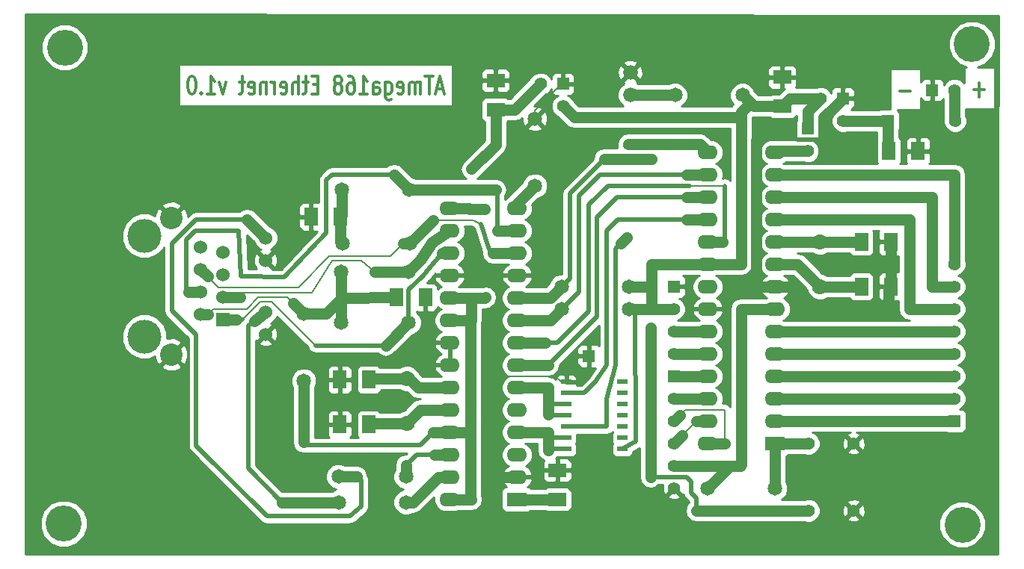
<source format=gbl>
G04 (created by PCBNEW-RS274X (2012-01-19 BZR 3256)-stable) date 4/16/2012 4:42:44 PM*
G01*
G70*
G90*
%MOIN*%
G04 Gerber Fmt 3.4, Leading zero omitted, Abs format*
%FSLAX34Y34*%
G04 APERTURE LIST*
%ADD10C,0.006000*%
%ADD11C,0.012000*%
%ADD12C,0.055000*%
%ADD13R,0.045000X0.020000*%
%ADD14R,0.080000X0.060000*%
%ADD15R,0.060000X0.080000*%
%ADD16R,0.055000X0.055000*%
%ADD17C,0.065000*%
%ADD18C,0.066000*%
%ADD19C,0.070000*%
%ADD20O,0.090000X0.062000*%
%ADD21R,0.090000X0.062000*%
%ADD22C,0.151600*%
%ADD23C,0.060000*%
%ADD24C,0.100000*%
%ADD25R,0.060000X0.060000*%
%ADD26C,0.160000*%
%ADD27C,0.035000*%
%ADD28C,0.050000*%
%ADD29C,0.008000*%
%ADD30C,0.020000*%
%ADD31C,0.010000*%
G04 APERTURE END LIST*
G54D10*
G54D11*
X47728Y-48569D02*
X47271Y-48569D01*
X51028Y-48519D02*
X50571Y-48519D01*
X50800Y-48824D02*
X50800Y-48214D01*
X26909Y-48470D02*
X26623Y-48470D01*
X26966Y-48699D02*
X26766Y-47899D01*
X26566Y-48699D01*
X26452Y-47899D02*
X26109Y-47899D01*
X26280Y-48699D02*
X26280Y-47899D01*
X25909Y-48699D02*
X25909Y-48165D01*
X25909Y-48242D02*
X25881Y-48204D01*
X25823Y-48165D01*
X25738Y-48165D01*
X25681Y-48204D01*
X25652Y-48280D01*
X25652Y-48699D01*
X25652Y-48280D02*
X25623Y-48204D01*
X25566Y-48165D01*
X25481Y-48165D01*
X25423Y-48204D01*
X25395Y-48280D01*
X25395Y-48699D01*
X24881Y-48661D02*
X24938Y-48699D01*
X25052Y-48699D01*
X25109Y-48661D01*
X25138Y-48585D01*
X25138Y-48280D01*
X25109Y-48204D01*
X25052Y-48165D01*
X24938Y-48165D01*
X24881Y-48204D01*
X24852Y-48280D01*
X24852Y-48356D01*
X25138Y-48432D01*
X24338Y-48165D02*
X24338Y-48813D01*
X24367Y-48889D01*
X24395Y-48927D01*
X24452Y-48965D01*
X24538Y-48965D01*
X24595Y-48927D01*
X24338Y-48661D02*
X24395Y-48699D01*
X24509Y-48699D01*
X24567Y-48661D01*
X24595Y-48623D01*
X24624Y-48546D01*
X24624Y-48318D01*
X24595Y-48242D01*
X24567Y-48204D01*
X24509Y-48165D01*
X24395Y-48165D01*
X24338Y-48204D01*
X23795Y-48699D02*
X23795Y-48280D01*
X23824Y-48204D01*
X23881Y-48165D01*
X23995Y-48165D01*
X24052Y-48204D01*
X23795Y-48661D02*
X23852Y-48699D01*
X23995Y-48699D01*
X24052Y-48661D01*
X24081Y-48585D01*
X24081Y-48508D01*
X24052Y-48432D01*
X23995Y-48394D01*
X23852Y-48394D01*
X23795Y-48356D01*
X23195Y-48699D02*
X23538Y-48699D01*
X23366Y-48699D02*
X23366Y-47899D01*
X23423Y-48013D01*
X23481Y-48089D01*
X23538Y-48127D01*
X22681Y-47899D02*
X22795Y-47899D01*
X22852Y-47937D01*
X22881Y-47975D01*
X22938Y-48089D01*
X22967Y-48242D01*
X22967Y-48546D01*
X22938Y-48623D01*
X22910Y-48661D01*
X22852Y-48699D01*
X22738Y-48699D01*
X22681Y-48661D01*
X22652Y-48623D01*
X22624Y-48546D01*
X22624Y-48356D01*
X22652Y-48280D01*
X22681Y-48242D01*
X22738Y-48204D01*
X22852Y-48204D01*
X22910Y-48242D01*
X22938Y-48280D01*
X22967Y-48356D01*
X22281Y-48242D02*
X22339Y-48204D01*
X22367Y-48165D01*
X22396Y-48089D01*
X22396Y-48051D01*
X22367Y-47975D01*
X22339Y-47937D01*
X22281Y-47899D01*
X22167Y-47899D01*
X22110Y-47937D01*
X22081Y-47975D01*
X22053Y-48051D01*
X22053Y-48089D01*
X22081Y-48165D01*
X22110Y-48204D01*
X22167Y-48242D01*
X22281Y-48242D01*
X22339Y-48280D01*
X22367Y-48318D01*
X22396Y-48394D01*
X22396Y-48546D01*
X22367Y-48623D01*
X22339Y-48661D01*
X22281Y-48699D01*
X22167Y-48699D01*
X22110Y-48661D01*
X22081Y-48623D01*
X22053Y-48546D01*
X22053Y-48394D01*
X22081Y-48318D01*
X22110Y-48280D01*
X22167Y-48242D01*
X21339Y-48280D02*
X21139Y-48280D01*
X21053Y-48699D02*
X21339Y-48699D01*
X21339Y-47899D01*
X21053Y-47899D01*
X20882Y-48165D02*
X20653Y-48165D01*
X20796Y-47899D02*
X20796Y-48585D01*
X20768Y-48661D01*
X20710Y-48699D01*
X20653Y-48699D01*
X20453Y-48699D02*
X20453Y-47899D01*
X20196Y-48699D02*
X20196Y-48280D01*
X20225Y-48204D01*
X20282Y-48165D01*
X20367Y-48165D01*
X20425Y-48204D01*
X20453Y-48242D01*
X19682Y-48661D02*
X19739Y-48699D01*
X19853Y-48699D01*
X19910Y-48661D01*
X19939Y-48585D01*
X19939Y-48280D01*
X19910Y-48204D01*
X19853Y-48165D01*
X19739Y-48165D01*
X19682Y-48204D01*
X19653Y-48280D01*
X19653Y-48356D01*
X19939Y-48432D01*
X19396Y-48699D02*
X19396Y-48165D01*
X19396Y-48318D02*
X19368Y-48242D01*
X19339Y-48204D01*
X19282Y-48165D01*
X19225Y-48165D01*
X19025Y-48165D02*
X19025Y-48699D01*
X19025Y-48242D02*
X18997Y-48204D01*
X18939Y-48165D01*
X18854Y-48165D01*
X18797Y-48204D01*
X18768Y-48280D01*
X18768Y-48699D01*
X18254Y-48661D02*
X18311Y-48699D01*
X18425Y-48699D01*
X18482Y-48661D01*
X18511Y-48585D01*
X18511Y-48280D01*
X18482Y-48204D01*
X18425Y-48165D01*
X18311Y-48165D01*
X18254Y-48204D01*
X18225Y-48280D01*
X18225Y-48356D01*
X18511Y-48432D01*
X18054Y-48165D02*
X17825Y-48165D01*
X17968Y-47899D02*
X17968Y-48585D01*
X17940Y-48661D01*
X17882Y-48699D01*
X17825Y-48699D01*
X17225Y-48165D02*
X17082Y-48699D01*
X16940Y-48165D01*
X16397Y-48699D02*
X16740Y-48699D01*
X16568Y-48699D02*
X16568Y-47899D01*
X16625Y-48013D01*
X16683Y-48089D01*
X16740Y-48127D01*
X16140Y-48623D02*
X16112Y-48661D01*
X16140Y-48699D01*
X16169Y-48661D01*
X16140Y-48623D01*
X16140Y-48699D01*
X15740Y-47899D02*
X15683Y-47899D01*
X15626Y-47937D01*
X15597Y-47975D01*
X15568Y-48051D01*
X15540Y-48204D01*
X15540Y-48394D01*
X15568Y-48546D01*
X15597Y-48623D01*
X15626Y-48661D01*
X15683Y-48699D01*
X15740Y-48699D01*
X15797Y-48661D01*
X15826Y-48623D01*
X15854Y-48546D01*
X15883Y-48394D01*
X15883Y-48204D01*
X15854Y-48051D01*
X15826Y-47975D01*
X15797Y-47937D01*
X15740Y-47899D01*
G54D12*
X45200Y-67300D03*
X43200Y-67300D03*
X45200Y-64300D03*
X43200Y-64300D03*
G54D13*
X32400Y-64550D03*
X32400Y-64050D03*
X32400Y-63550D03*
X32400Y-63050D03*
X32400Y-62550D03*
X32400Y-62050D03*
X32400Y-61550D03*
X34900Y-61550D03*
X34900Y-62050D03*
X34900Y-63050D03*
X34900Y-63550D03*
X34900Y-64050D03*
X34900Y-64550D03*
X34900Y-62550D03*
G54D14*
X29250Y-49400D03*
X29250Y-48100D03*
G54D15*
X46775Y-51250D03*
X48075Y-51250D03*
G54D14*
X32000Y-66800D03*
X32000Y-65500D03*
G54D15*
X45550Y-55300D03*
X46850Y-55300D03*
G54D14*
X42025Y-49250D03*
X42025Y-47950D03*
G54D15*
X23600Y-63450D03*
X22300Y-63450D03*
X23600Y-61450D03*
X22300Y-61450D03*
X22325Y-54175D03*
X21025Y-54175D03*
X26125Y-57775D03*
X24825Y-57775D03*
X45550Y-57300D03*
X46850Y-57300D03*
G54D16*
X49700Y-63300D03*
G54D12*
X49700Y-62300D03*
X49700Y-61300D03*
X49700Y-60300D03*
X49700Y-59300D03*
X49700Y-58300D03*
X49700Y-57300D03*
X49700Y-56300D03*
G54D16*
X37200Y-61300D03*
G54D12*
X37200Y-62300D03*
X37200Y-63300D03*
X37200Y-64300D03*
X37200Y-65300D03*
X37200Y-66300D03*
G54D16*
X37200Y-57300D03*
G54D12*
X37200Y-58300D03*
X37200Y-59300D03*
X37200Y-60300D03*
G54D16*
X48700Y-48525D03*
G54D12*
X49700Y-48525D03*
G54D17*
X20700Y-58500D03*
X20700Y-61500D03*
X31000Y-52800D03*
X31000Y-49800D03*
X22250Y-65775D03*
X25250Y-65775D03*
X22250Y-66925D03*
X25250Y-66925D03*
X25400Y-52975D03*
X22400Y-52975D03*
X22425Y-55375D03*
X25425Y-55375D03*
X22375Y-56650D03*
X25375Y-56650D03*
X25375Y-58900D03*
X22375Y-58900D03*
X40250Y-48750D03*
X37250Y-48750D03*
X35200Y-57300D03*
X32200Y-57300D03*
X35200Y-58300D03*
X32200Y-58300D03*
X38700Y-66300D03*
X41700Y-66300D03*
G54D12*
X44725Y-49900D03*
G54D16*
X44725Y-48900D03*
G54D12*
X43725Y-48900D03*
X32250Y-49250D03*
G54D16*
X32250Y-48250D03*
G54D12*
X31250Y-48250D03*
G54D18*
X35250Y-48750D03*
X35250Y-47750D03*
G54D19*
X43700Y-57300D03*
X43700Y-55300D03*
X25300Y-63400D03*
X25300Y-61400D03*
G54D16*
X46725Y-49900D03*
G54D12*
X49725Y-49900D03*
G54D20*
X41700Y-63300D03*
X41700Y-62300D03*
X41700Y-61300D03*
X41700Y-60300D03*
X41700Y-59300D03*
X41700Y-58300D03*
X41700Y-57300D03*
X41700Y-56300D03*
X41700Y-55300D03*
X41700Y-54300D03*
X41700Y-53300D03*
X41700Y-52300D03*
X41700Y-51300D03*
G54D21*
X41700Y-64300D03*
G54D20*
X38700Y-51300D03*
X38700Y-52300D03*
X38700Y-53300D03*
X38700Y-54300D03*
X38700Y-55300D03*
X38700Y-56300D03*
X38700Y-57300D03*
X38700Y-58300D03*
X38700Y-59300D03*
X38700Y-60300D03*
X38700Y-61300D03*
X38700Y-62300D03*
X38700Y-63300D03*
X38700Y-64300D03*
X30200Y-65800D03*
X30200Y-64800D03*
X30200Y-63800D03*
X30200Y-62800D03*
X30200Y-61800D03*
X30200Y-60800D03*
X30200Y-59800D03*
X30200Y-58800D03*
X30200Y-57800D03*
X30200Y-56800D03*
X30200Y-55800D03*
X30200Y-54800D03*
X30200Y-53800D03*
G54D21*
X30200Y-66800D03*
G54D20*
X27200Y-53800D03*
X27200Y-54800D03*
X27200Y-55800D03*
X27200Y-56800D03*
X27200Y-57800D03*
X27200Y-58800D03*
X27200Y-59800D03*
X27200Y-60800D03*
X27200Y-61800D03*
X27200Y-62800D03*
X27200Y-63800D03*
X27200Y-64800D03*
X27200Y-65800D03*
X27200Y-66800D03*
G54D16*
X33400Y-60400D03*
G54D22*
X13600Y-59525D03*
X13600Y-55025D03*
G54D23*
X16100Y-55525D03*
X17100Y-55775D03*
X16100Y-56525D03*
X17100Y-56775D03*
X16100Y-57525D03*
X17100Y-57775D03*
X16100Y-58525D03*
G54D24*
X14800Y-60325D03*
X14800Y-54225D03*
G54D23*
X19000Y-56125D03*
X19000Y-58425D03*
X19000Y-55125D03*
X19000Y-59425D03*
G54D25*
X17100Y-58775D03*
G54D16*
X43150Y-50250D03*
G54D12*
X43150Y-51250D03*
G54D26*
X10000Y-67875D03*
X50050Y-67925D03*
X50475Y-46475D03*
X10050Y-46625D03*
G54D27*
X28800Y-57775D03*
X28175Y-52050D03*
X28775Y-53825D03*
X28100Y-53825D03*
X40200Y-56300D03*
X40200Y-58300D03*
X36150Y-59150D03*
X36200Y-51600D03*
X35100Y-55100D03*
X35100Y-51000D03*
G54D28*
X28125Y-66750D02*
X28125Y-63875D01*
X29250Y-50975D02*
X28175Y-52050D01*
X20700Y-61500D02*
X20700Y-64250D01*
G54D29*
X28050Y-58800D02*
X28150Y-58800D01*
G54D28*
X27200Y-57800D02*
X28150Y-57800D01*
X26475Y-63800D02*
X27200Y-63800D01*
X28125Y-63875D02*
X28125Y-58875D01*
X28125Y-63875D02*
X28125Y-63800D01*
X29250Y-49400D02*
X29250Y-50975D01*
X28775Y-57800D02*
X28150Y-57800D01*
G54D30*
X25900Y-64375D02*
X26475Y-63800D01*
G54D28*
X28175Y-66800D02*
X28125Y-66750D01*
X27200Y-58800D02*
X28050Y-58800D01*
X28125Y-58875D02*
X28050Y-58800D01*
G54D30*
X20825Y-64375D02*
X25900Y-64375D01*
G54D28*
X29250Y-49400D02*
X30100Y-49400D01*
X27200Y-63800D02*
X28125Y-63800D01*
X30100Y-49400D02*
X31250Y-48250D01*
X27200Y-66800D02*
X28175Y-66800D01*
X28100Y-53825D02*
X28775Y-53825D01*
X28800Y-57775D02*
X28775Y-57800D01*
G54D30*
X20700Y-64250D02*
X20825Y-64375D01*
G54D28*
X28100Y-53825D02*
X28075Y-53800D01*
X28075Y-53800D02*
X27200Y-53800D01*
X28150Y-57800D02*
X28150Y-58800D01*
X32750Y-49750D02*
X32250Y-49250D01*
X40200Y-49750D02*
X32750Y-49750D01*
X43150Y-50250D02*
X43150Y-49475D01*
G54D30*
X34900Y-64550D02*
X35500Y-64200D01*
G54D28*
X40200Y-49500D02*
X40200Y-49750D01*
X42375Y-48900D02*
X42025Y-49250D01*
X40600Y-49100D02*
X40200Y-49500D01*
X40200Y-58300D02*
X41700Y-58300D01*
X39700Y-65300D02*
X38700Y-66300D01*
X42025Y-49250D02*
X40750Y-49250D01*
X32750Y-49750D02*
X32250Y-49250D01*
X35450Y-58300D02*
X35200Y-58300D01*
X40200Y-49750D02*
X40200Y-49500D01*
X36200Y-57300D02*
X36200Y-58300D01*
X37200Y-65300D02*
X39700Y-65300D01*
X40200Y-49750D02*
X32750Y-49750D01*
X40250Y-48750D02*
X40600Y-49100D01*
X43150Y-49475D02*
X43725Y-48900D01*
X38700Y-56300D02*
X36200Y-56300D01*
X36200Y-56300D02*
X36200Y-57300D01*
X40200Y-56300D02*
X38700Y-56300D01*
X40750Y-49250D02*
X40250Y-48750D01*
X40200Y-49500D02*
X40600Y-49100D01*
X40200Y-56300D02*
X40200Y-49750D01*
X40200Y-65250D02*
X40200Y-58300D01*
X36200Y-58300D02*
X35450Y-58300D01*
X43725Y-48900D02*
X42375Y-48900D01*
X36200Y-57300D02*
X35200Y-57300D01*
G54D30*
X35500Y-64200D02*
X35450Y-58300D01*
G54D28*
X39700Y-65300D02*
X40150Y-65300D01*
X36200Y-58300D02*
X37200Y-58300D01*
G54D30*
X40150Y-65300D02*
X40200Y-65250D01*
G54D28*
X19725Y-66925D02*
X22250Y-66925D01*
G54D30*
X18225Y-65400D02*
X19725Y-66925D01*
X18229Y-59049D02*
X18225Y-65400D01*
G54D28*
X19000Y-58425D02*
X18490Y-58838D01*
G54D30*
X18490Y-58838D02*
X18229Y-59049D01*
G54D28*
X18175Y-54300D02*
X19000Y-55125D01*
G54D30*
X23050Y-65775D02*
X23250Y-65925D01*
X23250Y-67100D02*
X22750Y-67550D01*
X15900Y-64400D02*
X15900Y-59450D01*
X14825Y-58375D02*
X14825Y-55375D01*
X19050Y-67550D02*
X15900Y-64400D01*
X22750Y-67550D02*
X19050Y-67550D01*
X23250Y-65925D02*
X23250Y-67100D01*
G54D28*
X22250Y-65775D02*
X23050Y-65775D01*
G54D30*
X15900Y-59450D02*
X14825Y-58375D01*
X15900Y-54300D02*
X18175Y-54300D01*
X14825Y-55375D02*
X15900Y-54300D01*
X15475Y-55200D02*
X15875Y-54800D01*
X21700Y-54900D02*
X21700Y-52550D01*
X19832Y-56883D02*
X21700Y-54900D01*
X15475Y-57450D02*
X15475Y-55200D01*
G54D28*
X16100Y-57525D02*
X15550Y-57525D01*
X29250Y-52975D02*
X25400Y-52975D01*
X24725Y-52300D02*
X25400Y-52975D01*
G54D30*
X17900Y-56850D02*
X19832Y-56883D01*
G54D28*
X30200Y-54800D02*
X29325Y-54800D01*
G54D30*
X21700Y-52550D02*
X21950Y-52300D01*
X15875Y-54800D02*
X17800Y-54800D01*
X17800Y-54800D02*
X17900Y-56850D01*
G54D29*
X15550Y-57525D02*
X15475Y-57450D01*
G54D30*
X29325Y-54800D02*
X29325Y-52975D01*
X21950Y-52300D02*
X24725Y-52300D01*
G54D29*
X29325Y-52975D02*
X29250Y-52975D01*
X21843Y-55950D02*
X20468Y-57325D01*
X28225Y-54328D02*
X26475Y-54325D01*
X16900Y-57325D02*
X16500Y-56925D01*
G54D30*
X16500Y-56925D02*
X16425Y-56850D01*
G54D29*
X28604Y-54514D02*
X28225Y-54328D01*
G54D28*
X25425Y-55375D02*
X25125Y-55375D01*
X16425Y-56850D02*
X16100Y-56525D01*
G54D30*
X28950Y-55625D02*
X28604Y-54514D01*
G54D28*
X30200Y-55800D02*
X29125Y-55800D01*
G54D30*
X29125Y-55800D02*
X28950Y-55625D01*
G54D29*
X25125Y-55375D02*
X24550Y-55950D01*
X24550Y-55950D02*
X21843Y-55950D01*
X20468Y-57325D02*
X16900Y-57325D01*
G54D28*
X26475Y-54325D02*
X25425Y-55375D01*
G54D29*
X19257Y-57957D02*
X21225Y-59925D01*
G54D28*
X24350Y-59925D02*
X25375Y-58900D01*
G54D30*
X26300Y-56475D02*
X26025Y-56800D01*
X21225Y-59925D02*
X24350Y-59925D01*
G54D29*
X17950Y-58775D02*
X18768Y-57957D01*
G54D30*
X26025Y-56800D02*
X25375Y-57450D01*
G54D29*
X18768Y-57957D02*
X19257Y-57957D01*
G54D30*
X25375Y-57450D02*
X25375Y-58900D01*
X17700Y-58775D02*
X17950Y-58775D01*
G54D28*
X27200Y-55800D02*
X26850Y-55800D01*
X17100Y-58775D02*
X17700Y-58775D01*
G54D30*
X26850Y-55800D02*
X26300Y-56475D01*
G54D29*
X23875Y-56650D02*
X23250Y-56150D01*
X21057Y-57564D02*
X18000Y-57575D01*
G54D28*
X25375Y-56650D02*
X23875Y-56650D01*
G54D29*
X18000Y-57575D02*
X17850Y-57769D01*
G54D28*
X25900Y-56100D02*
X26425Y-55300D01*
G54D29*
X23250Y-56150D02*
X21975Y-56150D01*
G54D28*
X26425Y-55300D02*
X27200Y-54800D01*
X17850Y-57769D02*
X17100Y-57775D01*
X25375Y-56625D02*
X25900Y-56100D01*
G54D29*
X25375Y-56650D02*
X25375Y-56625D01*
X21975Y-56150D02*
X21057Y-57564D01*
G54D28*
X40875Y-57250D02*
X40875Y-50775D01*
G54D29*
X32400Y-61550D02*
X32150Y-61550D01*
X32250Y-48250D02*
X32200Y-48250D01*
G54D28*
X46850Y-55300D02*
X46850Y-57300D01*
G54D29*
X32200Y-48250D02*
X31000Y-49450D01*
X32150Y-61550D02*
X31900Y-61300D01*
G54D28*
X42500Y-57275D02*
X42475Y-57300D01*
X46750Y-57925D02*
X46325Y-58350D01*
G54D29*
X40925Y-57300D02*
X40875Y-57250D01*
X31000Y-49450D02*
X31000Y-49800D01*
X29100Y-61450D02*
X29100Y-65700D01*
G54D28*
X29200Y-65800D02*
X30200Y-65800D01*
G54D29*
X29100Y-65700D02*
X29200Y-65800D01*
G54D28*
X42475Y-57300D02*
X41700Y-57300D01*
X42500Y-57525D02*
X42500Y-57275D01*
X46750Y-57400D02*
X46750Y-57925D01*
X46325Y-58350D02*
X43325Y-58350D01*
X44000Y-49625D02*
X44725Y-48900D01*
G54D29*
X31900Y-61300D02*
X29250Y-61300D01*
X42650Y-50700D02*
X42700Y-50750D01*
X29250Y-61300D02*
X29100Y-61450D01*
G54D30*
X42700Y-50750D02*
X43950Y-50750D01*
G54D29*
X43950Y-50750D02*
X44000Y-50700D01*
G54D28*
X46850Y-57300D02*
X46750Y-57400D01*
X43325Y-58350D02*
X42500Y-57525D01*
X41700Y-57300D02*
X40925Y-57300D01*
G54D30*
X40950Y-50700D02*
X42650Y-50700D01*
G54D28*
X44000Y-50700D02*
X44000Y-49625D01*
G54D29*
X40875Y-50775D02*
X40950Y-50700D01*
G54D28*
X22325Y-54175D02*
X22325Y-55275D01*
X22325Y-55275D02*
X22425Y-55375D01*
X22400Y-52975D02*
X22400Y-54100D01*
X22400Y-54100D02*
X22325Y-54175D01*
G54D29*
X16650Y-58300D02*
X18150Y-58300D01*
G54D28*
X24825Y-57775D02*
X22375Y-57800D01*
G54D29*
X18675Y-57775D02*
X19975Y-57775D01*
G54D28*
X20238Y-58038D02*
X20700Y-58500D01*
X16100Y-58525D02*
X16425Y-58525D01*
X22375Y-57825D02*
X22375Y-58900D01*
G54D29*
X22375Y-57800D02*
X22375Y-57825D01*
G54D28*
X22375Y-56650D02*
X22375Y-57800D01*
X20700Y-58500D02*
X21700Y-58500D01*
G54D29*
X16425Y-58525D02*
X16650Y-58300D01*
X19975Y-57775D02*
X20238Y-58038D01*
G54D28*
X21700Y-58500D02*
X22375Y-57825D01*
G54D29*
X18150Y-58300D02*
X18675Y-57775D01*
G54D28*
X26700Y-65800D02*
X27200Y-65800D01*
X25250Y-66925D02*
X25575Y-66925D01*
X25575Y-66925D02*
X26700Y-65800D01*
G54D30*
X25250Y-65275D02*
X25725Y-64800D01*
G54D28*
X26525Y-64800D02*
X27200Y-64800D01*
G54D30*
X25725Y-64800D02*
X26525Y-64800D01*
G54D28*
X25250Y-65775D02*
X25250Y-65275D01*
G54D30*
X34250Y-52800D02*
X37900Y-52800D01*
X32000Y-59800D02*
X33400Y-58400D01*
X31450Y-59800D02*
X32000Y-59800D01*
G54D28*
X39350Y-55300D02*
X38700Y-55300D01*
X30200Y-59800D02*
X31450Y-59800D01*
G54D30*
X39450Y-55200D02*
X39350Y-55300D01*
G54D29*
X37900Y-52800D02*
X39450Y-52800D01*
G54D30*
X33400Y-58400D02*
X33400Y-53650D01*
X39450Y-52800D02*
X39450Y-55200D01*
X33400Y-53650D02*
X34250Y-52800D01*
G54D28*
X30200Y-66800D02*
X32000Y-66800D01*
X27200Y-61800D02*
X25800Y-61800D01*
X25300Y-61400D02*
X23650Y-61400D01*
X25800Y-61800D02*
X25400Y-61400D01*
X25400Y-61400D02*
X25300Y-61400D01*
X23650Y-61400D02*
X23600Y-61450D01*
X30200Y-53800D02*
X30200Y-53600D01*
X30200Y-53600D02*
X31000Y-52800D01*
X41700Y-59300D02*
X49700Y-59300D01*
X37575Y-63925D02*
X37200Y-64300D01*
G54D29*
X38200Y-63300D02*
X37575Y-63925D01*
G54D28*
X38700Y-63300D02*
X38200Y-63300D01*
X25900Y-62800D02*
X25300Y-63400D01*
X25300Y-63400D02*
X23650Y-63400D01*
X27200Y-62800D02*
X25900Y-62800D01*
X23650Y-63400D02*
X23600Y-63450D01*
X37250Y-48750D02*
X35250Y-48750D01*
G54D30*
X34200Y-60000D02*
X34200Y-60800D01*
X34200Y-54800D02*
X34200Y-59300D01*
X34200Y-60800D02*
X33700Y-61550D01*
X33700Y-61550D02*
X33200Y-62050D01*
X33200Y-62050D02*
X32400Y-62050D01*
X34200Y-59300D02*
X34200Y-60000D01*
G54D28*
X38700Y-54300D02*
X37750Y-54300D01*
G54D30*
X37750Y-54300D02*
X34700Y-54300D01*
X34700Y-54300D02*
X34200Y-54800D01*
G54D28*
X49700Y-56300D02*
X49700Y-52300D01*
X49700Y-52300D02*
X41700Y-52300D01*
X48700Y-53300D02*
X48700Y-57300D01*
X41700Y-53300D02*
X48700Y-53300D01*
X48700Y-57300D02*
X49700Y-57300D01*
X49700Y-58300D02*
X47700Y-58300D01*
X47700Y-54300D02*
X41700Y-54300D01*
X47700Y-58300D02*
X47700Y-54300D01*
X30200Y-57800D02*
X31700Y-57800D01*
G54D30*
X34100Y-51600D02*
X32550Y-53150D01*
X37750Y-65800D02*
X36150Y-65800D01*
X38200Y-66750D02*
X37950Y-66500D01*
G54D28*
X36150Y-65800D02*
X36150Y-59150D01*
X43200Y-64300D02*
X41700Y-64300D01*
G54D30*
X37950Y-66000D02*
X37750Y-65800D01*
G54D28*
X36200Y-51600D02*
X34100Y-51600D01*
X43200Y-67300D02*
X38200Y-67300D01*
G54D30*
X32550Y-53150D02*
X32550Y-56950D01*
G54D28*
X31700Y-57800D02*
X32200Y-57300D01*
X41700Y-66300D02*
X41700Y-64300D01*
G54D30*
X37950Y-66500D02*
X37950Y-66000D01*
X38200Y-67300D02*
X38200Y-66750D01*
X32550Y-56950D02*
X32200Y-57300D01*
G54D28*
X49700Y-48525D02*
X49700Y-49875D01*
X49700Y-49875D02*
X49725Y-49900D01*
X46725Y-49900D02*
X44725Y-49900D01*
X46725Y-51200D02*
X46775Y-51250D01*
X46725Y-49900D02*
X46725Y-51200D01*
X37750Y-53300D02*
X38700Y-53300D01*
G54D30*
X33750Y-58650D02*
X33750Y-54200D01*
X33750Y-54200D02*
X34650Y-53300D01*
G54D28*
X30200Y-60800D02*
X31600Y-60800D01*
G54D30*
X31600Y-60800D02*
X33750Y-58650D01*
X34650Y-53300D02*
X37750Y-53300D01*
G54D28*
X37200Y-62300D02*
X38700Y-62300D01*
G54D30*
X32400Y-63550D02*
X34200Y-63550D01*
G54D28*
X35150Y-50950D02*
X37750Y-50950D01*
G54D30*
X34600Y-55600D02*
X34825Y-55375D01*
X34200Y-63550D02*
X34200Y-62800D01*
G54D28*
X34825Y-55375D02*
X35100Y-55100D01*
G54D30*
X34200Y-62800D02*
X34200Y-62300D01*
G54D28*
X38350Y-50950D02*
X38700Y-51300D01*
X37750Y-50950D02*
X38350Y-50950D01*
G54D30*
X34200Y-62300D02*
X34600Y-60800D01*
X35100Y-51000D02*
X35150Y-50950D01*
X34600Y-60800D02*
X34600Y-55600D01*
G54D28*
X41750Y-51250D02*
X41700Y-51300D01*
X43150Y-51250D02*
X41750Y-51250D01*
X43700Y-55300D02*
X45550Y-55300D01*
X41700Y-55300D02*
X43700Y-55300D01*
X42700Y-56300D02*
X43700Y-57300D01*
X41700Y-56300D02*
X42700Y-56300D01*
X43700Y-57300D02*
X45550Y-57300D01*
G54D31*
X31650Y-63050D02*
X31600Y-63000D01*
G54D28*
X30200Y-61800D02*
X31600Y-61800D01*
G54D30*
X32400Y-63050D02*
X31650Y-63050D01*
G54D28*
X31600Y-63000D02*
X31600Y-62600D01*
G54D31*
X31600Y-62550D02*
X31600Y-62600D01*
G54D30*
X32400Y-62550D02*
X31600Y-62550D01*
G54D28*
X31600Y-61800D02*
X31600Y-62600D01*
X31600Y-64400D02*
X31600Y-64600D01*
G54D30*
X32400Y-64550D02*
X31600Y-64550D01*
G54D31*
X31600Y-64550D02*
X31600Y-64400D01*
G54D28*
X31600Y-63800D02*
X31600Y-64400D01*
G54D31*
X31600Y-64050D02*
X31600Y-63800D01*
G54D28*
X30200Y-63800D02*
X31600Y-63800D01*
G54D30*
X32400Y-64050D02*
X31600Y-64050D01*
G54D28*
X37450Y-63050D02*
X37200Y-63300D01*
G54D29*
X37450Y-63050D02*
X37700Y-62800D01*
X37700Y-62800D02*
X39450Y-62800D01*
G54D28*
X38700Y-64300D02*
X39450Y-64300D01*
G54D29*
X39450Y-63050D02*
X39450Y-64300D01*
X39450Y-62800D02*
X39450Y-63050D01*
G54D28*
X37200Y-60300D02*
X38700Y-60300D01*
X41700Y-62300D02*
X49700Y-62300D01*
X41700Y-60300D02*
X49700Y-60300D01*
G54D30*
X33900Y-52300D02*
X32950Y-53250D01*
G54D28*
X30200Y-58800D02*
X31700Y-58800D01*
G54D30*
X32950Y-57550D02*
X32200Y-58300D01*
G54D28*
X31700Y-58800D02*
X32200Y-58300D01*
X38700Y-52300D02*
X37750Y-52300D01*
G54D30*
X37750Y-52300D02*
X33900Y-52300D01*
X32950Y-53250D02*
X32950Y-57550D01*
G54D28*
X41700Y-61300D02*
X49700Y-61300D01*
X41700Y-63300D02*
X49700Y-63300D01*
X37200Y-61300D02*
X38700Y-61300D01*
X37200Y-59300D02*
X38700Y-59300D01*
G54D10*
G36*
X33850Y-59948D02*
X33816Y-59914D01*
X33724Y-59876D01*
X33512Y-59875D01*
X33450Y-59937D01*
X33450Y-60300D01*
X33450Y-60350D01*
X33450Y-60450D01*
X33450Y-60500D01*
X33450Y-60863D01*
X33512Y-60925D01*
X33696Y-60924D01*
X33428Y-61326D01*
X33350Y-61404D01*
X33350Y-60863D01*
X33350Y-60450D01*
X33350Y-60350D01*
X33350Y-59937D01*
X33288Y-59875D01*
X33076Y-59876D01*
X32984Y-59914D01*
X32914Y-59984D01*
X32876Y-60075D01*
X32876Y-60174D01*
X32875Y-60288D01*
X32937Y-60350D01*
X33350Y-60350D01*
X33350Y-60450D01*
X32937Y-60450D01*
X32875Y-60512D01*
X32876Y-60626D01*
X32876Y-60725D01*
X32914Y-60816D01*
X32984Y-60886D01*
X33076Y-60924D01*
X33288Y-60925D01*
X33350Y-60863D01*
X33350Y-61404D01*
X33055Y-61700D01*
X32873Y-61700D01*
X32874Y-61699D01*
X32875Y-61662D01*
X32875Y-61438D01*
X32874Y-61401D01*
X32836Y-61309D01*
X32766Y-61239D01*
X32675Y-61201D01*
X32576Y-61201D01*
X32512Y-61200D01*
X32450Y-61262D01*
X32450Y-61500D01*
X32813Y-61500D01*
X32875Y-61438D01*
X32875Y-61662D01*
X32813Y-61600D01*
X32500Y-61600D01*
X32450Y-61600D01*
X32350Y-61600D01*
X32350Y-61500D01*
X32350Y-61450D01*
X32350Y-61262D01*
X32288Y-61200D01*
X32224Y-61201D01*
X32125Y-61201D01*
X32034Y-61239D01*
X31964Y-61309D01*
X31926Y-61401D01*
X31925Y-61426D01*
X31791Y-61338D01*
X31600Y-61300D01*
X31791Y-61262D01*
X31954Y-61154D01*
X32062Y-60991D01*
X32100Y-60800D01*
X32099Y-60795D01*
X33850Y-59044D01*
X33850Y-59300D01*
X33850Y-59948D01*
X33850Y-59948D01*
G37*
G54D31*
X33850Y-59948D02*
X33816Y-59914D01*
X33724Y-59876D01*
X33512Y-59875D01*
X33450Y-59937D01*
X33450Y-60300D01*
X33450Y-60350D01*
X33450Y-60450D01*
X33450Y-60500D01*
X33450Y-60863D01*
X33512Y-60925D01*
X33696Y-60924D01*
X33428Y-61326D01*
X33350Y-61404D01*
X33350Y-60863D01*
X33350Y-60450D01*
X33350Y-60350D01*
X33350Y-59937D01*
X33288Y-59875D01*
X33076Y-59876D01*
X32984Y-59914D01*
X32914Y-59984D01*
X32876Y-60075D01*
X32876Y-60174D01*
X32875Y-60288D01*
X32937Y-60350D01*
X33350Y-60350D01*
X33350Y-60450D01*
X32937Y-60450D01*
X32875Y-60512D01*
X32876Y-60626D01*
X32876Y-60725D01*
X32914Y-60816D01*
X32984Y-60886D01*
X33076Y-60924D01*
X33288Y-60925D01*
X33350Y-60863D01*
X33350Y-61404D01*
X33055Y-61700D01*
X32873Y-61700D01*
X32874Y-61699D01*
X32875Y-61662D01*
X32875Y-61438D01*
X32874Y-61401D01*
X32836Y-61309D01*
X32766Y-61239D01*
X32675Y-61201D01*
X32576Y-61201D01*
X32512Y-61200D01*
X32450Y-61262D01*
X32450Y-61500D01*
X32813Y-61500D01*
X32875Y-61438D01*
X32875Y-61662D01*
X32813Y-61600D01*
X32500Y-61600D01*
X32450Y-61600D01*
X32350Y-61600D01*
X32350Y-61500D01*
X32350Y-61450D01*
X32350Y-61262D01*
X32288Y-61200D01*
X32224Y-61201D01*
X32125Y-61201D01*
X32034Y-61239D01*
X31964Y-61309D01*
X31926Y-61401D01*
X31925Y-61426D01*
X31791Y-61338D01*
X31600Y-61300D01*
X31791Y-61262D01*
X31954Y-61154D01*
X32062Y-60991D01*
X32100Y-60800D01*
X32099Y-60795D01*
X33850Y-59044D01*
X33850Y-59300D01*
X33850Y-59948D01*
G54D10*
G36*
X46273Y-51800D02*
X42079Y-51800D01*
X42164Y-51765D01*
X42179Y-51750D01*
X42984Y-51750D01*
X43045Y-51775D01*
X43254Y-51775D01*
X43447Y-51695D01*
X43595Y-51548D01*
X43675Y-51355D01*
X43675Y-51146D01*
X43595Y-50953D01*
X43448Y-50805D01*
X43373Y-50774D01*
X43474Y-50774D01*
X43566Y-50736D01*
X43636Y-50666D01*
X43674Y-50575D01*
X43674Y-50476D01*
X43674Y-49926D01*
X43650Y-49867D01*
X43650Y-49682D01*
X43962Y-49369D01*
X44022Y-49345D01*
X44170Y-49198D01*
X44200Y-49124D01*
X44201Y-49224D01*
X44239Y-49316D01*
X44309Y-49386D01*
X44400Y-49424D01*
X44499Y-49424D01*
X44428Y-49455D01*
X44280Y-49602D01*
X44200Y-49795D01*
X44200Y-50004D01*
X44280Y-50197D01*
X44427Y-50345D01*
X44620Y-50425D01*
X44829Y-50425D01*
X44889Y-50400D01*
X46225Y-50400D01*
X46225Y-51195D01*
X46224Y-51200D01*
X46226Y-51209D01*
X46226Y-51699D01*
X46264Y-51791D01*
X46273Y-51800D01*
X46273Y-51800D01*
G37*
G54D31*
X46273Y-51800D02*
X42079Y-51800D01*
X42164Y-51765D01*
X42179Y-51750D01*
X42984Y-51750D01*
X43045Y-51775D01*
X43254Y-51775D01*
X43447Y-51695D01*
X43595Y-51548D01*
X43675Y-51355D01*
X43675Y-51146D01*
X43595Y-50953D01*
X43448Y-50805D01*
X43373Y-50774D01*
X43474Y-50774D01*
X43566Y-50736D01*
X43636Y-50666D01*
X43674Y-50575D01*
X43674Y-50476D01*
X43674Y-49926D01*
X43650Y-49867D01*
X43650Y-49682D01*
X43962Y-49369D01*
X44022Y-49345D01*
X44170Y-49198D01*
X44200Y-49124D01*
X44201Y-49224D01*
X44239Y-49316D01*
X44309Y-49386D01*
X44400Y-49424D01*
X44499Y-49424D01*
X44428Y-49455D01*
X44280Y-49602D01*
X44200Y-49795D01*
X44200Y-50004D01*
X44280Y-50197D01*
X44427Y-50345D01*
X44620Y-50425D01*
X44829Y-50425D01*
X44889Y-50400D01*
X46225Y-50400D01*
X46225Y-51195D01*
X46224Y-51200D01*
X46226Y-51209D01*
X46226Y-51699D01*
X46264Y-51791D01*
X46273Y-51800D01*
G54D10*
G36*
X47700Y-58800D02*
X46800Y-58800D01*
X46800Y-57888D01*
X46800Y-57350D01*
X46800Y-57250D01*
X46800Y-56712D01*
X46800Y-55888D01*
X46800Y-55350D01*
X46362Y-55350D01*
X46300Y-55412D01*
X46301Y-55651D01*
X46301Y-55750D01*
X46339Y-55841D01*
X46409Y-55911D01*
X46501Y-55949D01*
X46738Y-55950D01*
X46800Y-55888D01*
X46800Y-56712D01*
X46738Y-56650D01*
X46501Y-56651D01*
X46409Y-56689D01*
X46339Y-56759D01*
X46301Y-56850D01*
X46301Y-56949D01*
X46300Y-57188D01*
X46362Y-57250D01*
X46800Y-57250D01*
X46800Y-57350D01*
X46362Y-57350D01*
X46300Y-57412D01*
X46301Y-57651D01*
X46301Y-57750D01*
X46339Y-57841D01*
X46409Y-57911D01*
X46501Y-57949D01*
X46738Y-57950D01*
X46800Y-57888D01*
X46800Y-58800D01*
X42079Y-58800D01*
X42164Y-58765D01*
X42318Y-58611D01*
X42402Y-58409D01*
X42402Y-58191D01*
X42318Y-57989D01*
X42164Y-57835D01*
X42084Y-57801D01*
X42250Y-57682D01*
X42365Y-57496D01*
X42382Y-57437D01*
X42335Y-57350D01*
X41800Y-57350D01*
X41750Y-57350D01*
X41650Y-57350D01*
X41600Y-57350D01*
X41065Y-57350D01*
X41018Y-57437D01*
X41035Y-57496D01*
X41150Y-57682D01*
X41313Y-57800D01*
X40200Y-57800D01*
X40009Y-57838D01*
X39846Y-57946D01*
X39738Y-58109D01*
X39700Y-58300D01*
X39700Y-62662D01*
X39655Y-62595D01*
X39561Y-62532D01*
X39450Y-62510D01*
X39360Y-62510D01*
X39402Y-62409D01*
X39402Y-62191D01*
X39318Y-61989D01*
X39164Y-61835D01*
X39079Y-61800D01*
X39164Y-61765D01*
X39318Y-61611D01*
X39402Y-61409D01*
X39402Y-61191D01*
X39318Y-60989D01*
X39164Y-60835D01*
X39079Y-60800D01*
X39164Y-60765D01*
X39318Y-60611D01*
X39402Y-60409D01*
X39402Y-60191D01*
X39318Y-59989D01*
X39164Y-59835D01*
X39079Y-59800D01*
X39164Y-59765D01*
X39318Y-59611D01*
X39402Y-59409D01*
X39402Y-59191D01*
X39318Y-58989D01*
X39164Y-58835D01*
X39084Y-58801D01*
X39250Y-58682D01*
X39365Y-58496D01*
X39382Y-58437D01*
X39335Y-58350D01*
X38800Y-58350D01*
X38750Y-58350D01*
X38650Y-58350D01*
X38600Y-58350D01*
X38065Y-58350D01*
X38018Y-58437D01*
X38035Y-58496D01*
X38150Y-58682D01*
X38313Y-58800D01*
X37365Y-58800D01*
X37364Y-58799D01*
X37497Y-58745D01*
X37645Y-58598D01*
X37725Y-58405D01*
X37725Y-58196D01*
X37645Y-58003D01*
X37498Y-57855D01*
X37423Y-57824D01*
X37426Y-57824D01*
X37525Y-57824D01*
X37616Y-57786D01*
X37686Y-57716D01*
X37724Y-57624D01*
X37725Y-57412D01*
X37663Y-57350D01*
X37300Y-57350D01*
X37250Y-57350D01*
X37150Y-57350D01*
X37150Y-57250D01*
X37250Y-57250D01*
X37300Y-57250D01*
X37663Y-57250D01*
X37725Y-57188D01*
X37724Y-56976D01*
X37686Y-56884D01*
X37616Y-56814D01*
X37582Y-56800D01*
X38320Y-56800D01*
X38236Y-56835D01*
X38082Y-56989D01*
X37998Y-57191D01*
X37998Y-57409D01*
X38082Y-57611D01*
X38236Y-57765D01*
X38315Y-57798D01*
X38150Y-57918D01*
X38035Y-58104D01*
X38018Y-58163D01*
X38065Y-58250D01*
X38600Y-58250D01*
X38650Y-58250D01*
X38750Y-58250D01*
X38800Y-58250D01*
X39335Y-58250D01*
X39382Y-58163D01*
X39365Y-58104D01*
X39250Y-57918D01*
X39084Y-57798D01*
X39164Y-57765D01*
X39318Y-57611D01*
X39402Y-57409D01*
X39402Y-57191D01*
X39318Y-56989D01*
X39164Y-56835D01*
X39079Y-56800D01*
X40200Y-56800D01*
X40391Y-56762D01*
X40554Y-56654D01*
X40662Y-56491D01*
X40700Y-56300D01*
X40700Y-49750D01*
X40700Y-49740D01*
X40750Y-49751D01*
X40750Y-49750D01*
X40754Y-49750D01*
X41473Y-49750D01*
X41484Y-49761D01*
X41575Y-49799D01*
X41674Y-49799D01*
X42474Y-49799D01*
X42566Y-49761D01*
X42636Y-49691D01*
X42650Y-49657D01*
X42650Y-49867D01*
X42626Y-49925D01*
X42626Y-50024D01*
X42626Y-50574D01*
X42664Y-50666D01*
X42734Y-50736D01*
X42767Y-50750D01*
X41750Y-50750D01*
X41749Y-50750D01*
X41744Y-50751D01*
X41438Y-50751D01*
X41236Y-50835D01*
X41082Y-50989D01*
X40998Y-51191D01*
X40998Y-51409D01*
X41082Y-51611D01*
X41236Y-51765D01*
X41320Y-51800D01*
X41236Y-51835D01*
X41082Y-51989D01*
X40998Y-52191D01*
X40998Y-52409D01*
X41082Y-52611D01*
X41236Y-52765D01*
X41320Y-52800D01*
X41236Y-52835D01*
X41082Y-52989D01*
X40998Y-53191D01*
X40998Y-53409D01*
X41082Y-53611D01*
X41236Y-53765D01*
X41320Y-53800D01*
X41236Y-53835D01*
X41082Y-53989D01*
X40998Y-54191D01*
X40998Y-54409D01*
X41082Y-54611D01*
X41236Y-54765D01*
X41320Y-54800D01*
X41236Y-54835D01*
X41082Y-54989D01*
X40998Y-55191D01*
X40998Y-55409D01*
X41082Y-55611D01*
X41236Y-55765D01*
X41320Y-55800D01*
X41236Y-55835D01*
X41082Y-55989D01*
X40998Y-56191D01*
X40998Y-56409D01*
X41082Y-56611D01*
X41236Y-56765D01*
X41315Y-56798D01*
X41150Y-56918D01*
X41035Y-57104D01*
X41018Y-57163D01*
X41065Y-57250D01*
X41600Y-57250D01*
X41650Y-57250D01*
X41750Y-57250D01*
X41800Y-57250D01*
X42335Y-57250D01*
X42382Y-57163D01*
X42365Y-57104D01*
X42250Y-56918D01*
X42086Y-56800D01*
X42492Y-56800D01*
X43101Y-57408D01*
X43101Y-57419D01*
X43192Y-57639D01*
X43361Y-57808D01*
X43581Y-57899D01*
X43819Y-57899D01*
X44039Y-57808D01*
X44047Y-57800D01*
X45022Y-57800D01*
X45039Y-57841D01*
X45109Y-57911D01*
X45200Y-57949D01*
X45299Y-57949D01*
X45899Y-57949D01*
X45991Y-57911D01*
X46061Y-57841D01*
X46099Y-57750D01*
X46099Y-57651D01*
X46099Y-56851D01*
X46061Y-56759D01*
X45991Y-56689D01*
X45900Y-56651D01*
X45801Y-56651D01*
X45201Y-56651D01*
X45109Y-56689D01*
X45039Y-56759D01*
X45021Y-56800D01*
X44047Y-56800D01*
X44039Y-56792D01*
X43819Y-56701D01*
X43808Y-56701D01*
X43054Y-55946D01*
X42892Y-55838D01*
X42704Y-55800D01*
X43353Y-55800D01*
X43361Y-55808D01*
X43581Y-55899D01*
X43819Y-55899D01*
X44039Y-55808D01*
X44047Y-55800D01*
X45022Y-55800D01*
X45039Y-55841D01*
X45109Y-55911D01*
X45200Y-55949D01*
X45299Y-55949D01*
X45899Y-55949D01*
X45991Y-55911D01*
X46061Y-55841D01*
X46099Y-55750D01*
X46099Y-55651D01*
X46099Y-54851D01*
X46077Y-54800D01*
X46321Y-54800D01*
X46301Y-54850D01*
X46301Y-54949D01*
X46300Y-55188D01*
X46362Y-55250D01*
X46750Y-55250D01*
X46800Y-55250D01*
X46900Y-55250D01*
X46900Y-55350D01*
X46900Y-55400D01*
X46900Y-55888D01*
X46962Y-55950D01*
X47199Y-55949D01*
X47200Y-55948D01*
X47200Y-56651D01*
X47199Y-56651D01*
X46962Y-56650D01*
X46900Y-56712D01*
X46900Y-57200D01*
X46900Y-57250D01*
X46900Y-57350D01*
X46900Y-57400D01*
X46900Y-57888D01*
X46962Y-57950D01*
X47199Y-57949D01*
X47200Y-57948D01*
X47200Y-58300D01*
X47238Y-58491D01*
X47346Y-58654D01*
X47509Y-58762D01*
X47700Y-58800D01*
X47700Y-58800D01*
G37*
G54D31*
X47700Y-58800D02*
X46800Y-58800D01*
X46800Y-57888D01*
X46800Y-57350D01*
X46800Y-57250D01*
X46800Y-56712D01*
X46800Y-55888D01*
X46800Y-55350D01*
X46362Y-55350D01*
X46300Y-55412D01*
X46301Y-55651D01*
X46301Y-55750D01*
X46339Y-55841D01*
X46409Y-55911D01*
X46501Y-55949D01*
X46738Y-55950D01*
X46800Y-55888D01*
X46800Y-56712D01*
X46738Y-56650D01*
X46501Y-56651D01*
X46409Y-56689D01*
X46339Y-56759D01*
X46301Y-56850D01*
X46301Y-56949D01*
X46300Y-57188D01*
X46362Y-57250D01*
X46800Y-57250D01*
X46800Y-57350D01*
X46362Y-57350D01*
X46300Y-57412D01*
X46301Y-57651D01*
X46301Y-57750D01*
X46339Y-57841D01*
X46409Y-57911D01*
X46501Y-57949D01*
X46738Y-57950D01*
X46800Y-57888D01*
X46800Y-58800D01*
X42079Y-58800D01*
X42164Y-58765D01*
X42318Y-58611D01*
X42402Y-58409D01*
X42402Y-58191D01*
X42318Y-57989D01*
X42164Y-57835D01*
X42084Y-57801D01*
X42250Y-57682D01*
X42365Y-57496D01*
X42382Y-57437D01*
X42335Y-57350D01*
X41800Y-57350D01*
X41750Y-57350D01*
X41650Y-57350D01*
X41600Y-57350D01*
X41065Y-57350D01*
X41018Y-57437D01*
X41035Y-57496D01*
X41150Y-57682D01*
X41313Y-57800D01*
X40200Y-57800D01*
X40009Y-57838D01*
X39846Y-57946D01*
X39738Y-58109D01*
X39700Y-58300D01*
X39700Y-62662D01*
X39655Y-62595D01*
X39561Y-62532D01*
X39450Y-62510D01*
X39360Y-62510D01*
X39402Y-62409D01*
X39402Y-62191D01*
X39318Y-61989D01*
X39164Y-61835D01*
X39079Y-61800D01*
X39164Y-61765D01*
X39318Y-61611D01*
X39402Y-61409D01*
X39402Y-61191D01*
X39318Y-60989D01*
X39164Y-60835D01*
X39079Y-60800D01*
X39164Y-60765D01*
X39318Y-60611D01*
X39402Y-60409D01*
X39402Y-60191D01*
X39318Y-59989D01*
X39164Y-59835D01*
X39079Y-59800D01*
X39164Y-59765D01*
X39318Y-59611D01*
X39402Y-59409D01*
X39402Y-59191D01*
X39318Y-58989D01*
X39164Y-58835D01*
X39084Y-58801D01*
X39250Y-58682D01*
X39365Y-58496D01*
X39382Y-58437D01*
X39335Y-58350D01*
X38800Y-58350D01*
X38750Y-58350D01*
X38650Y-58350D01*
X38600Y-58350D01*
X38065Y-58350D01*
X38018Y-58437D01*
X38035Y-58496D01*
X38150Y-58682D01*
X38313Y-58800D01*
X37365Y-58800D01*
X37364Y-58799D01*
X37497Y-58745D01*
X37645Y-58598D01*
X37725Y-58405D01*
X37725Y-58196D01*
X37645Y-58003D01*
X37498Y-57855D01*
X37423Y-57824D01*
X37426Y-57824D01*
X37525Y-57824D01*
X37616Y-57786D01*
X37686Y-57716D01*
X37724Y-57624D01*
X37725Y-57412D01*
X37663Y-57350D01*
X37300Y-57350D01*
X37250Y-57350D01*
X37150Y-57350D01*
X37150Y-57250D01*
X37250Y-57250D01*
X37300Y-57250D01*
X37663Y-57250D01*
X37725Y-57188D01*
X37724Y-56976D01*
X37686Y-56884D01*
X37616Y-56814D01*
X37582Y-56800D01*
X38320Y-56800D01*
X38236Y-56835D01*
X38082Y-56989D01*
X37998Y-57191D01*
X37998Y-57409D01*
X38082Y-57611D01*
X38236Y-57765D01*
X38315Y-57798D01*
X38150Y-57918D01*
X38035Y-58104D01*
X38018Y-58163D01*
X38065Y-58250D01*
X38600Y-58250D01*
X38650Y-58250D01*
X38750Y-58250D01*
X38800Y-58250D01*
X39335Y-58250D01*
X39382Y-58163D01*
X39365Y-58104D01*
X39250Y-57918D01*
X39084Y-57798D01*
X39164Y-57765D01*
X39318Y-57611D01*
X39402Y-57409D01*
X39402Y-57191D01*
X39318Y-56989D01*
X39164Y-56835D01*
X39079Y-56800D01*
X40200Y-56800D01*
X40391Y-56762D01*
X40554Y-56654D01*
X40662Y-56491D01*
X40700Y-56300D01*
X40700Y-49750D01*
X40700Y-49740D01*
X40750Y-49751D01*
X40750Y-49750D01*
X40754Y-49750D01*
X41473Y-49750D01*
X41484Y-49761D01*
X41575Y-49799D01*
X41674Y-49799D01*
X42474Y-49799D01*
X42566Y-49761D01*
X42636Y-49691D01*
X42650Y-49657D01*
X42650Y-49867D01*
X42626Y-49925D01*
X42626Y-50024D01*
X42626Y-50574D01*
X42664Y-50666D01*
X42734Y-50736D01*
X42767Y-50750D01*
X41750Y-50750D01*
X41749Y-50750D01*
X41744Y-50751D01*
X41438Y-50751D01*
X41236Y-50835D01*
X41082Y-50989D01*
X40998Y-51191D01*
X40998Y-51409D01*
X41082Y-51611D01*
X41236Y-51765D01*
X41320Y-51800D01*
X41236Y-51835D01*
X41082Y-51989D01*
X40998Y-52191D01*
X40998Y-52409D01*
X41082Y-52611D01*
X41236Y-52765D01*
X41320Y-52800D01*
X41236Y-52835D01*
X41082Y-52989D01*
X40998Y-53191D01*
X40998Y-53409D01*
X41082Y-53611D01*
X41236Y-53765D01*
X41320Y-53800D01*
X41236Y-53835D01*
X41082Y-53989D01*
X40998Y-54191D01*
X40998Y-54409D01*
X41082Y-54611D01*
X41236Y-54765D01*
X41320Y-54800D01*
X41236Y-54835D01*
X41082Y-54989D01*
X40998Y-55191D01*
X40998Y-55409D01*
X41082Y-55611D01*
X41236Y-55765D01*
X41320Y-55800D01*
X41236Y-55835D01*
X41082Y-55989D01*
X40998Y-56191D01*
X40998Y-56409D01*
X41082Y-56611D01*
X41236Y-56765D01*
X41315Y-56798D01*
X41150Y-56918D01*
X41035Y-57104D01*
X41018Y-57163D01*
X41065Y-57250D01*
X41600Y-57250D01*
X41650Y-57250D01*
X41750Y-57250D01*
X41800Y-57250D01*
X42335Y-57250D01*
X42382Y-57163D01*
X42365Y-57104D01*
X42250Y-56918D01*
X42086Y-56800D01*
X42492Y-56800D01*
X43101Y-57408D01*
X43101Y-57419D01*
X43192Y-57639D01*
X43361Y-57808D01*
X43581Y-57899D01*
X43819Y-57899D01*
X44039Y-57808D01*
X44047Y-57800D01*
X45022Y-57800D01*
X45039Y-57841D01*
X45109Y-57911D01*
X45200Y-57949D01*
X45299Y-57949D01*
X45899Y-57949D01*
X45991Y-57911D01*
X46061Y-57841D01*
X46099Y-57750D01*
X46099Y-57651D01*
X46099Y-56851D01*
X46061Y-56759D01*
X45991Y-56689D01*
X45900Y-56651D01*
X45801Y-56651D01*
X45201Y-56651D01*
X45109Y-56689D01*
X45039Y-56759D01*
X45021Y-56800D01*
X44047Y-56800D01*
X44039Y-56792D01*
X43819Y-56701D01*
X43808Y-56701D01*
X43054Y-55946D01*
X42892Y-55838D01*
X42704Y-55800D01*
X43353Y-55800D01*
X43361Y-55808D01*
X43581Y-55899D01*
X43819Y-55899D01*
X44039Y-55808D01*
X44047Y-55800D01*
X45022Y-55800D01*
X45039Y-55841D01*
X45109Y-55911D01*
X45200Y-55949D01*
X45299Y-55949D01*
X45899Y-55949D01*
X45991Y-55911D01*
X46061Y-55841D01*
X46099Y-55750D01*
X46099Y-55651D01*
X46099Y-54851D01*
X46077Y-54800D01*
X46321Y-54800D01*
X46301Y-54850D01*
X46301Y-54949D01*
X46300Y-55188D01*
X46362Y-55250D01*
X46750Y-55250D01*
X46800Y-55250D01*
X46900Y-55250D01*
X46900Y-55350D01*
X46900Y-55400D01*
X46900Y-55888D01*
X46962Y-55950D01*
X47199Y-55949D01*
X47200Y-55948D01*
X47200Y-56651D01*
X47199Y-56651D01*
X46962Y-56650D01*
X46900Y-56712D01*
X46900Y-57200D01*
X46900Y-57250D01*
X46900Y-57350D01*
X46900Y-57400D01*
X46900Y-57888D01*
X46962Y-57950D01*
X47199Y-57949D01*
X47200Y-57948D01*
X47200Y-58300D01*
X47238Y-58491D01*
X47346Y-58654D01*
X47509Y-58762D01*
X47700Y-58800D01*
G54D10*
G36*
X51675Y-45200D02*
X51625Y-53333D01*
X51625Y-69250D01*
X51525Y-69250D01*
X51525Y-46685D01*
X51525Y-46267D01*
X51365Y-45881D01*
X51070Y-45585D01*
X50685Y-45425D01*
X50267Y-45425D01*
X49881Y-45585D01*
X49585Y-45880D01*
X49425Y-46265D01*
X49425Y-46683D01*
X49585Y-47069D01*
X49880Y-47365D01*
X50228Y-47510D01*
X50119Y-47510D01*
X50119Y-48201D01*
X49998Y-48080D01*
X49805Y-48000D01*
X49596Y-48000D01*
X49403Y-48080D01*
X49255Y-48227D01*
X49224Y-48299D01*
X49224Y-48200D01*
X49186Y-48109D01*
X49116Y-48039D01*
X49024Y-48001D01*
X48812Y-48000D01*
X48750Y-48062D01*
X48750Y-48425D01*
X48750Y-48475D01*
X48750Y-48575D01*
X48750Y-48625D01*
X48750Y-48988D01*
X48812Y-49050D01*
X49024Y-49049D01*
X49116Y-49011D01*
X49186Y-48941D01*
X49200Y-48907D01*
X49200Y-49795D01*
X49200Y-49870D01*
X49199Y-49875D01*
X49200Y-49879D01*
X49200Y-50004D01*
X49280Y-50197D01*
X49427Y-50345D01*
X49620Y-50425D01*
X49829Y-50425D01*
X50022Y-50345D01*
X50170Y-50198D01*
X50250Y-50005D01*
X50250Y-49796D01*
X50200Y-49675D01*
X50200Y-49370D01*
X51482Y-49370D01*
X51482Y-47510D01*
X50719Y-47510D01*
X51069Y-47365D01*
X51365Y-47070D01*
X51525Y-46685D01*
X51525Y-69250D01*
X51100Y-69250D01*
X51100Y-68135D01*
X51100Y-67717D01*
X50940Y-67331D01*
X50645Y-67035D01*
X50260Y-66875D01*
X50225Y-66875D01*
X50225Y-62405D01*
X50225Y-62196D01*
X50145Y-62003D01*
X49998Y-61855D01*
X49864Y-61799D01*
X49997Y-61745D01*
X50145Y-61598D01*
X50225Y-61405D01*
X50225Y-61196D01*
X50145Y-61003D01*
X49998Y-60855D01*
X49864Y-60799D01*
X49997Y-60745D01*
X50145Y-60598D01*
X50225Y-60405D01*
X50225Y-60196D01*
X50145Y-60003D01*
X49998Y-59855D01*
X49864Y-59799D01*
X49997Y-59745D01*
X50145Y-59598D01*
X50225Y-59405D01*
X50225Y-59196D01*
X50145Y-59003D01*
X49998Y-58855D01*
X49864Y-58799D01*
X49997Y-58745D01*
X50145Y-58598D01*
X50225Y-58405D01*
X50225Y-58196D01*
X50145Y-58003D01*
X49998Y-57855D01*
X49864Y-57799D01*
X49997Y-57745D01*
X50145Y-57598D01*
X50225Y-57405D01*
X50225Y-57196D01*
X50145Y-57003D01*
X49998Y-56855D01*
X49864Y-56799D01*
X49997Y-56745D01*
X50145Y-56598D01*
X50225Y-56405D01*
X50225Y-56196D01*
X50200Y-56135D01*
X50200Y-52300D01*
X50162Y-52109D01*
X50054Y-51946D01*
X49891Y-51838D01*
X49700Y-51800D01*
X48577Y-51800D01*
X48586Y-51791D01*
X48624Y-51700D01*
X48624Y-51601D01*
X48625Y-51362D01*
X48625Y-51138D01*
X48624Y-50899D01*
X48624Y-50800D01*
X48586Y-50709D01*
X48516Y-50639D01*
X48424Y-50601D01*
X48187Y-50600D01*
X48125Y-50662D01*
X48125Y-51200D01*
X48563Y-51200D01*
X48625Y-51138D01*
X48625Y-51362D01*
X48563Y-51300D01*
X48175Y-51300D01*
X48125Y-51300D01*
X48025Y-51300D01*
X48025Y-51200D01*
X48025Y-50662D01*
X47963Y-50600D01*
X47726Y-50601D01*
X47634Y-50639D01*
X47564Y-50709D01*
X47526Y-50800D01*
X47526Y-50899D01*
X47525Y-51138D01*
X47587Y-51200D01*
X48025Y-51200D01*
X48025Y-51300D01*
X47975Y-51300D01*
X47587Y-51300D01*
X47525Y-51362D01*
X47526Y-51601D01*
X47526Y-51700D01*
X47564Y-51791D01*
X47573Y-51800D01*
X47277Y-51800D01*
X47286Y-51791D01*
X47324Y-51700D01*
X47324Y-51601D01*
X47324Y-50801D01*
X47286Y-50709D01*
X47225Y-50648D01*
X47225Y-50282D01*
X47249Y-50225D01*
X47249Y-50126D01*
X47249Y-49576D01*
X47211Y-49484D01*
X47147Y-49420D01*
X48182Y-49420D01*
X48182Y-48864D01*
X48214Y-48941D01*
X48284Y-49011D01*
X48376Y-49049D01*
X48588Y-49050D01*
X48650Y-48988D01*
X48650Y-48625D01*
X48650Y-48575D01*
X48650Y-48475D01*
X48650Y-48425D01*
X48650Y-48062D01*
X48588Y-48000D01*
X48376Y-48001D01*
X48284Y-48039D01*
X48214Y-48109D01*
X48182Y-48185D01*
X48182Y-47560D01*
X46819Y-47560D01*
X46819Y-49376D01*
X46401Y-49376D01*
X46342Y-49400D01*
X45107Y-49400D01*
X45141Y-49386D01*
X45211Y-49316D01*
X45249Y-49224D01*
X45250Y-49012D01*
X45250Y-48788D01*
X45249Y-48576D01*
X45211Y-48484D01*
X45141Y-48414D01*
X45050Y-48376D01*
X44951Y-48376D01*
X44837Y-48375D01*
X44775Y-48437D01*
X44775Y-48850D01*
X45188Y-48850D01*
X45250Y-48788D01*
X45250Y-49012D01*
X45188Y-48950D01*
X44825Y-48950D01*
X44775Y-48950D01*
X44675Y-48950D01*
X44675Y-48850D01*
X44675Y-48800D01*
X44675Y-48437D01*
X44613Y-48375D01*
X44499Y-48376D01*
X44400Y-48376D01*
X44309Y-48414D01*
X44239Y-48484D01*
X44201Y-48576D01*
X44200Y-48676D01*
X44170Y-48603D01*
X44023Y-48455D01*
X43830Y-48375D01*
X43621Y-48375D01*
X43560Y-48400D01*
X42627Y-48400D01*
X42636Y-48391D01*
X42674Y-48299D01*
X42675Y-48062D01*
X42675Y-47838D01*
X42674Y-47601D01*
X42636Y-47509D01*
X42566Y-47439D01*
X42475Y-47401D01*
X42376Y-47401D01*
X42137Y-47400D01*
X42075Y-47462D01*
X42075Y-47900D01*
X42613Y-47900D01*
X42675Y-47838D01*
X42675Y-48062D01*
X42613Y-48000D01*
X42075Y-48000D01*
X42075Y-48438D01*
X42118Y-48481D01*
X42021Y-48546D01*
X42019Y-48548D01*
X41975Y-48592D01*
X41975Y-48438D01*
X41975Y-48000D01*
X41975Y-47900D01*
X41975Y-47462D01*
X41913Y-47400D01*
X41674Y-47401D01*
X41575Y-47401D01*
X41484Y-47439D01*
X41414Y-47509D01*
X41376Y-47601D01*
X41375Y-47838D01*
X41437Y-47900D01*
X41975Y-47900D01*
X41975Y-48000D01*
X41437Y-48000D01*
X41375Y-48062D01*
X41376Y-48299D01*
X41414Y-48391D01*
X41484Y-48461D01*
X41575Y-48499D01*
X41674Y-48499D01*
X41913Y-48500D01*
X41975Y-48438D01*
X41975Y-48592D01*
X41866Y-48701D01*
X41576Y-48701D01*
X41484Y-48739D01*
X41473Y-48750D01*
X40957Y-48750D01*
X40953Y-48746D01*
X40812Y-48604D01*
X40811Y-48604D01*
X40738Y-48425D01*
X40576Y-48263D01*
X40365Y-48175D01*
X40136Y-48175D01*
X39925Y-48262D01*
X39763Y-48424D01*
X39675Y-48635D01*
X39675Y-48864D01*
X39762Y-49075D01*
X39840Y-49153D01*
X39776Y-49250D01*
X37545Y-49250D01*
X37575Y-49238D01*
X37737Y-49076D01*
X37825Y-48865D01*
X37825Y-48636D01*
X37738Y-48425D01*
X37576Y-48263D01*
X37365Y-48175D01*
X37136Y-48175D01*
X36954Y-48250D01*
X35823Y-48250D01*
X35823Y-47836D01*
X35812Y-47611D01*
X35746Y-47452D01*
X35650Y-47421D01*
X35579Y-47492D01*
X35579Y-47350D01*
X35548Y-47254D01*
X35336Y-47177D01*
X35111Y-47188D01*
X34952Y-47254D01*
X34921Y-47350D01*
X35250Y-47679D01*
X35579Y-47350D01*
X35579Y-47492D01*
X35321Y-47750D01*
X35650Y-48079D01*
X35746Y-48048D01*
X35823Y-47836D01*
X35823Y-48250D01*
X35557Y-48250D01*
X35548Y-48246D01*
X35579Y-48150D01*
X35250Y-47821D01*
X35179Y-47892D01*
X35179Y-47750D01*
X34850Y-47421D01*
X34754Y-47452D01*
X34677Y-47664D01*
X34688Y-47889D01*
X34754Y-48048D01*
X34850Y-48079D01*
X35179Y-47750D01*
X35179Y-47892D01*
X34921Y-48150D01*
X34951Y-48245D01*
X34922Y-48258D01*
X34759Y-48421D01*
X34670Y-48634D01*
X34670Y-48865D01*
X34758Y-49078D01*
X34921Y-49241D01*
X34942Y-49250D01*
X32957Y-49250D01*
X32719Y-49011D01*
X32695Y-48953D01*
X32548Y-48805D01*
X32473Y-48774D01*
X32476Y-48774D01*
X32575Y-48774D01*
X32666Y-48736D01*
X32736Y-48666D01*
X32774Y-48574D01*
X32775Y-48362D01*
X32775Y-48138D01*
X32774Y-47926D01*
X32736Y-47834D01*
X32666Y-47764D01*
X32575Y-47726D01*
X32476Y-47726D01*
X32362Y-47725D01*
X32300Y-47787D01*
X32300Y-48200D01*
X32713Y-48200D01*
X32775Y-48138D01*
X32775Y-48362D01*
X32713Y-48300D01*
X32350Y-48300D01*
X32300Y-48300D01*
X32200Y-48300D01*
X32200Y-48200D01*
X32200Y-48150D01*
X32200Y-47787D01*
X32138Y-47725D01*
X32024Y-47726D01*
X31925Y-47726D01*
X31834Y-47764D01*
X31764Y-47834D01*
X31726Y-47926D01*
X31725Y-48026D01*
X31695Y-47953D01*
X31548Y-47805D01*
X31355Y-47725D01*
X31146Y-47725D01*
X30953Y-47805D01*
X30805Y-47952D01*
X30779Y-48013D01*
X29900Y-48892D01*
X29900Y-48212D01*
X29900Y-47988D01*
X29899Y-47751D01*
X29861Y-47659D01*
X29791Y-47589D01*
X29700Y-47551D01*
X29601Y-47551D01*
X29362Y-47550D01*
X29300Y-47612D01*
X29300Y-48050D01*
X29838Y-48050D01*
X29900Y-47988D01*
X29900Y-48212D01*
X29838Y-48150D01*
X29300Y-48150D01*
X29300Y-48588D01*
X29362Y-48650D01*
X29601Y-48649D01*
X29700Y-48649D01*
X29791Y-48611D01*
X29861Y-48541D01*
X29899Y-48449D01*
X29900Y-48212D01*
X29900Y-48892D01*
X29892Y-48900D01*
X29802Y-48900D01*
X29791Y-48889D01*
X29700Y-48851D01*
X29601Y-48851D01*
X29200Y-48851D01*
X29200Y-48588D01*
X29200Y-48150D01*
X29200Y-48050D01*
X29200Y-47612D01*
X29138Y-47550D01*
X28899Y-47551D01*
X28800Y-47551D01*
X28709Y-47589D01*
X28639Y-47659D01*
X28601Y-47751D01*
X28600Y-47988D01*
X28662Y-48050D01*
X29200Y-48050D01*
X29200Y-48150D01*
X28662Y-48150D01*
X28600Y-48212D01*
X28601Y-48449D01*
X28639Y-48541D01*
X28709Y-48611D01*
X28800Y-48649D01*
X28899Y-48649D01*
X29138Y-48650D01*
X29200Y-48588D01*
X29200Y-48851D01*
X28801Y-48851D01*
X28709Y-48889D01*
X28639Y-48959D01*
X28601Y-49050D01*
X28601Y-49149D01*
X28601Y-49749D01*
X28639Y-49841D01*
X28709Y-49911D01*
X28750Y-49928D01*
X28750Y-50767D01*
X27821Y-51696D01*
X27713Y-51858D01*
X27674Y-52050D01*
X27713Y-52242D01*
X27821Y-52404D01*
X27927Y-52475D01*
X27334Y-52475D01*
X27334Y-49245D01*
X27334Y-47385D01*
X15117Y-47385D01*
X15117Y-49245D01*
X27334Y-49245D01*
X27334Y-52475D01*
X25694Y-52475D01*
X25544Y-52412D01*
X25079Y-51946D01*
X24917Y-51838D01*
X24725Y-51799D01*
X24533Y-51838D01*
X24371Y-51946D01*
X24368Y-51950D01*
X21950Y-51950D01*
X21816Y-51977D01*
X21702Y-52053D01*
X21453Y-52303D01*
X21377Y-52416D01*
X21350Y-52550D01*
X21350Y-53525D01*
X21137Y-53525D01*
X21075Y-53587D01*
X21075Y-54075D01*
X21075Y-54125D01*
X21075Y-54225D01*
X21075Y-54275D01*
X21075Y-54763D01*
X21137Y-54825D01*
X21291Y-54824D01*
X20975Y-55159D01*
X20975Y-54763D01*
X20975Y-54225D01*
X20975Y-54125D01*
X20975Y-53587D01*
X20913Y-53525D01*
X20676Y-53526D01*
X20584Y-53564D01*
X20514Y-53634D01*
X20476Y-53725D01*
X20476Y-53824D01*
X20475Y-54063D01*
X20537Y-54125D01*
X20975Y-54125D01*
X20975Y-54225D01*
X20537Y-54225D01*
X20475Y-54287D01*
X20476Y-54526D01*
X20476Y-54625D01*
X20514Y-54716D01*
X20584Y-54786D01*
X20676Y-54824D01*
X20913Y-54825D01*
X20975Y-54763D01*
X20975Y-55159D01*
X19682Y-56531D01*
X19543Y-56528D01*
X19543Y-56204D01*
X19532Y-55991D01*
X19472Y-55844D01*
X19378Y-55817D01*
X19071Y-56125D01*
X19378Y-56433D01*
X19472Y-56406D01*
X19543Y-56204D01*
X19543Y-56528D01*
X19301Y-56524D01*
X19308Y-56503D01*
X19035Y-56231D01*
X19000Y-56196D01*
X18929Y-56125D01*
X18894Y-56090D01*
X18622Y-55817D01*
X18528Y-55844D01*
X18457Y-56046D01*
X18468Y-56259D01*
X18528Y-56406D01*
X18566Y-56417D01*
X18534Y-56450D01*
X18595Y-56511D01*
X18234Y-56505D01*
X18160Y-54992D01*
X18486Y-55318D01*
X18535Y-55436D01*
X18689Y-55590D01*
X18780Y-55627D01*
X18719Y-55653D01*
X18692Y-55747D01*
X19000Y-56054D01*
X19308Y-55747D01*
X19281Y-55653D01*
X19215Y-55629D01*
X19311Y-55590D01*
X19465Y-55436D01*
X19549Y-55234D01*
X19549Y-55016D01*
X19465Y-54814D01*
X19311Y-54660D01*
X19193Y-54611D01*
X18529Y-53946D01*
X18367Y-53838D01*
X18175Y-53799D01*
X17983Y-53838D01*
X17821Y-53946D01*
X17818Y-53950D01*
X15900Y-53950D01*
X15766Y-53977D01*
X15652Y-54053D01*
X15534Y-54171D01*
X15531Y-54060D01*
X15434Y-53825D01*
X15320Y-53775D01*
X15250Y-53845D01*
X15250Y-53705D01*
X15200Y-53591D01*
X14927Y-53486D01*
X14635Y-53494D01*
X14400Y-53591D01*
X14350Y-53705D01*
X14800Y-54154D01*
X15250Y-53705D01*
X15250Y-53845D01*
X14871Y-54225D01*
X14800Y-54296D01*
X14729Y-54225D01*
X14694Y-54190D01*
X14280Y-53775D01*
X14166Y-53825D01*
X14061Y-54098D01*
X14061Y-54126D01*
X13802Y-54018D01*
X13401Y-54018D01*
X13031Y-54171D01*
X12747Y-54454D01*
X12593Y-54823D01*
X12593Y-55224D01*
X12746Y-55594D01*
X13029Y-55878D01*
X13398Y-56032D01*
X13799Y-56032D01*
X14169Y-55879D01*
X14453Y-55596D01*
X14475Y-55543D01*
X14475Y-58375D01*
X14502Y-58509D01*
X14578Y-58622D01*
X15550Y-59594D01*
X15550Y-64400D01*
X15577Y-64534D01*
X15653Y-64647D01*
X18802Y-67797D01*
X18803Y-67797D01*
X18916Y-67873D01*
X19049Y-67899D01*
X19050Y-67900D01*
X22750Y-67900D01*
X22808Y-67888D01*
X22867Y-67880D01*
X22876Y-67874D01*
X22884Y-67873D01*
X22926Y-67844D01*
X22984Y-67810D01*
X22997Y-67797D01*
X23484Y-67360D01*
X23490Y-67351D01*
X23497Y-67347D01*
X23528Y-67299D01*
X23565Y-67251D01*
X23567Y-67242D01*
X23573Y-67234D01*
X23588Y-67156D01*
X23598Y-67119D01*
X23597Y-67113D01*
X23600Y-67100D01*
X23600Y-65925D01*
X23594Y-65899D01*
X23596Y-65876D01*
X23582Y-65836D01*
X23573Y-65791D01*
X23559Y-65770D01*
X23551Y-65747D01*
X23542Y-65737D01*
X23512Y-65584D01*
X23404Y-65421D01*
X23241Y-65313D01*
X23050Y-65275D01*
X22544Y-65275D01*
X22365Y-65200D01*
X22136Y-65200D01*
X21925Y-65287D01*
X21763Y-65449D01*
X21675Y-65660D01*
X21675Y-65889D01*
X21762Y-66100D01*
X21924Y-66262D01*
X22135Y-66350D01*
X21954Y-66425D01*
X19725Y-66425D01*
X19723Y-66425D01*
X19543Y-66241D01*
X19543Y-59504D01*
X19532Y-59291D01*
X19472Y-59144D01*
X19378Y-59117D01*
X19071Y-59425D01*
X19378Y-59733D01*
X19472Y-59706D01*
X19543Y-59504D01*
X19543Y-66241D01*
X19308Y-66002D01*
X19308Y-59803D01*
X19000Y-59496D01*
X18692Y-59803D01*
X18719Y-59897D01*
X18921Y-59968D01*
X19134Y-59957D01*
X19281Y-59897D01*
X19308Y-59803D01*
X19308Y-66002D01*
X18575Y-65256D01*
X18575Y-59719D01*
X18622Y-59733D01*
X18894Y-59460D01*
X18929Y-59425D01*
X19000Y-59354D01*
X19035Y-59319D01*
X19308Y-59047D01*
X19281Y-58953D01*
X19215Y-58929D01*
X19311Y-58890D01*
X19465Y-58736D01*
X19512Y-58622D01*
X20890Y-60000D01*
X20902Y-60059D01*
X20978Y-60172D01*
X21091Y-60248D01*
X21225Y-60275D01*
X23993Y-60275D01*
X23996Y-60279D01*
X24158Y-60387D01*
X24350Y-60426D01*
X24542Y-60387D01*
X24704Y-60279D01*
X25519Y-59462D01*
X25700Y-59388D01*
X25862Y-59226D01*
X25950Y-59015D01*
X25950Y-58786D01*
X25863Y-58575D01*
X25725Y-58437D01*
X25725Y-58402D01*
X25776Y-58424D01*
X26013Y-58425D01*
X26075Y-58363D01*
X26075Y-57875D01*
X26075Y-57825D01*
X26075Y-57725D01*
X26175Y-57725D01*
X26175Y-57825D01*
X26175Y-57875D01*
X26175Y-58363D01*
X26237Y-58425D01*
X26474Y-58424D01*
X26566Y-58386D01*
X26636Y-58316D01*
X26674Y-58225D01*
X26674Y-58203D01*
X26736Y-58265D01*
X26820Y-58300D01*
X26736Y-58335D01*
X26582Y-58489D01*
X26498Y-58691D01*
X26498Y-58909D01*
X26582Y-59111D01*
X26736Y-59265D01*
X26815Y-59298D01*
X26650Y-59418D01*
X26535Y-59604D01*
X26518Y-59663D01*
X26565Y-59750D01*
X27100Y-59750D01*
X27150Y-59750D01*
X27250Y-59750D01*
X27250Y-59850D01*
X27250Y-59900D01*
X27250Y-60240D01*
X27250Y-60360D01*
X27250Y-60700D01*
X27250Y-60750D01*
X27250Y-60850D01*
X27150Y-60850D01*
X27150Y-60750D01*
X27150Y-60360D01*
X27150Y-60240D01*
X27150Y-59850D01*
X26565Y-59850D01*
X26518Y-59937D01*
X26535Y-59996D01*
X26650Y-60182D01*
X26813Y-60300D01*
X26650Y-60418D01*
X26535Y-60604D01*
X26518Y-60663D01*
X26565Y-60750D01*
X27150Y-60750D01*
X27150Y-60850D01*
X27100Y-60850D01*
X26565Y-60850D01*
X26518Y-60937D01*
X26535Y-60996D01*
X26650Y-61182D01*
X26813Y-61300D01*
X26007Y-61300D01*
X25835Y-61127D01*
X25808Y-61061D01*
X25639Y-60892D01*
X25419Y-60801D01*
X25181Y-60801D01*
X24961Y-60892D01*
X24953Y-60900D01*
X24102Y-60900D01*
X24041Y-60839D01*
X23950Y-60801D01*
X23851Y-60801D01*
X23251Y-60801D01*
X23159Y-60839D01*
X23089Y-60909D01*
X23051Y-61000D01*
X23051Y-61099D01*
X23051Y-61899D01*
X23089Y-61991D01*
X23159Y-62061D01*
X23250Y-62099D01*
X23349Y-62099D01*
X23949Y-62099D01*
X24041Y-62061D01*
X24111Y-61991D01*
X24149Y-61900D01*
X24953Y-61900D01*
X24961Y-61908D01*
X25181Y-61999D01*
X25291Y-61999D01*
X25444Y-62151D01*
X25446Y-62154D01*
X25608Y-62261D01*
X25609Y-62262D01*
X25800Y-62300D01*
X25900Y-62300D01*
X25709Y-62338D01*
X25546Y-62446D01*
X25544Y-62448D01*
X25191Y-62801D01*
X25181Y-62801D01*
X24961Y-62892D01*
X24953Y-62900D01*
X24102Y-62900D01*
X24041Y-62839D01*
X23950Y-62801D01*
X23851Y-62801D01*
X23251Y-62801D01*
X23159Y-62839D01*
X23089Y-62909D01*
X23051Y-63000D01*
X23051Y-63099D01*
X23051Y-63899D01*
X23089Y-63991D01*
X23123Y-64025D01*
X22777Y-64025D01*
X22811Y-63991D01*
X22849Y-63900D01*
X22849Y-63801D01*
X22850Y-63562D01*
X22850Y-63338D01*
X22850Y-61562D01*
X22850Y-61338D01*
X22849Y-61099D01*
X22849Y-61000D01*
X22811Y-60909D01*
X22741Y-60839D01*
X22649Y-60801D01*
X22412Y-60800D01*
X22350Y-60862D01*
X22350Y-61400D01*
X22788Y-61400D01*
X22850Y-61338D01*
X22850Y-61562D01*
X22788Y-61500D01*
X22350Y-61500D01*
X22350Y-62038D01*
X22412Y-62100D01*
X22649Y-62099D01*
X22741Y-62061D01*
X22811Y-61991D01*
X22849Y-61900D01*
X22849Y-61801D01*
X22850Y-61562D01*
X22850Y-63338D01*
X22849Y-63099D01*
X22849Y-63000D01*
X22811Y-62909D01*
X22741Y-62839D01*
X22649Y-62801D01*
X22412Y-62800D01*
X22350Y-62862D01*
X22350Y-63400D01*
X22788Y-63400D01*
X22850Y-63338D01*
X22850Y-63562D01*
X22788Y-63500D01*
X22400Y-63500D01*
X22350Y-63500D01*
X22250Y-63500D01*
X22250Y-63400D01*
X22250Y-62862D01*
X22250Y-62038D01*
X22250Y-61500D01*
X22250Y-61400D01*
X22250Y-60862D01*
X22188Y-60800D01*
X21951Y-60801D01*
X21859Y-60839D01*
X21789Y-60909D01*
X21751Y-61000D01*
X21751Y-61099D01*
X21750Y-61338D01*
X21812Y-61400D01*
X22250Y-61400D01*
X22250Y-61500D01*
X21812Y-61500D01*
X21750Y-61562D01*
X21751Y-61801D01*
X21751Y-61900D01*
X21789Y-61991D01*
X21859Y-62061D01*
X21951Y-62099D01*
X22188Y-62100D01*
X22250Y-62038D01*
X22250Y-62862D01*
X22188Y-62800D01*
X21951Y-62801D01*
X21859Y-62839D01*
X21789Y-62909D01*
X21751Y-63000D01*
X21751Y-63099D01*
X21750Y-63338D01*
X21812Y-63400D01*
X22250Y-63400D01*
X22250Y-63500D01*
X22200Y-63500D01*
X21812Y-63500D01*
X21750Y-63562D01*
X21751Y-63801D01*
X21751Y-63900D01*
X21789Y-63991D01*
X21823Y-64025D01*
X21200Y-64025D01*
X21200Y-61794D01*
X21275Y-61615D01*
X21275Y-61386D01*
X21188Y-61175D01*
X21026Y-61013D01*
X20815Y-60925D01*
X20586Y-60925D01*
X20375Y-61012D01*
X20213Y-61174D01*
X20125Y-61385D01*
X20125Y-61614D01*
X20200Y-61795D01*
X20200Y-64250D01*
X20238Y-64441D01*
X20346Y-64604D01*
X20509Y-64712D01*
X20700Y-64750D01*
X20825Y-64725D01*
X25305Y-64725D01*
X25254Y-64775D01*
X25250Y-64775D01*
X25059Y-64813D01*
X24896Y-64921D01*
X24788Y-65084D01*
X24750Y-65275D01*
X24750Y-65480D01*
X24675Y-65660D01*
X24675Y-65889D01*
X24762Y-66100D01*
X24924Y-66262D01*
X25135Y-66350D01*
X24925Y-66437D01*
X24763Y-66599D01*
X24675Y-66810D01*
X24675Y-67039D01*
X24762Y-67250D01*
X24924Y-67412D01*
X25135Y-67500D01*
X25364Y-67500D01*
X25545Y-67425D01*
X25570Y-67425D01*
X25575Y-67426D01*
X25575Y-67425D01*
X25766Y-67387D01*
X25767Y-67387D01*
X25929Y-67279D01*
X26498Y-66709D01*
X26498Y-66909D01*
X26582Y-67111D01*
X26736Y-67265D01*
X26938Y-67349D01*
X27156Y-67349D01*
X27462Y-67349D01*
X27579Y-67300D01*
X28174Y-67300D01*
X28175Y-67300D01*
X28366Y-67262D01*
X28366Y-67261D01*
X28529Y-67154D01*
X28636Y-66991D01*
X28637Y-66991D01*
X28675Y-66800D01*
X28674Y-66799D01*
X28675Y-66799D01*
X28667Y-66761D01*
X28637Y-66609D01*
X28636Y-66608D01*
X28625Y-66591D01*
X28625Y-66590D01*
X28625Y-63875D01*
X28625Y-63800D01*
X28625Y-58925D01*
X28650Y-58800D01*
X28650Y-58300D01*
X28770Y-58300D01*
X28775Y-58301D01*
X28775Y-58300D01*
X28966Y-58262D01*
X28967Y-58262D01*
X29129Y-58154D01*
X29153Y-58129D01*
X29261Y-57967D01*
X29300Y-57775D01*
X29261Y-57584D01*
X29153Y-57422D01*
X28991Y-57314D01*
X28800Y-57275D01*
X28676Y-57300D01*
X28150Y-57300D01*
X27586Y-57300D01*
X27750Y-57182D01*
X27865Y-56996D01*
X27882Y-56937D01*
X27835Y-56850D01*
X27300Y-56850D01*
X27250Y-56850D01*
X27150Y-56850D01*
X27100Y-56850D01*
X26565Y-56850D01*
X26518Y-56937D01*
X26535Y-56996D01*
X26650Y-57182D01*
X26815Y-57301D01*
X26736Y-57335D01*
X26674Y-57397D01*
X26674Y-57325D01*
X26636Y-57234D01*
X26566Y-57164D01*
X26474Y-57126D01*
X26237Y-57125D01*
X26225Y-57137D01*
X26225Y-57125D01*
X26194Y-57125D01*
X26272Y-57048D01*
X26280Y-57035D01*
X26292Y-57026D01*
X26549Y-56721D01*
X26565Y-56750D01*
X27100Y-56750D01*
X27150Y-56750D01*
X27250Y-56750D01*
X27300Y-56750D01*
X27835Y-56750D01*
X27882Y-56663D01*
X27865Y-56604D01*
X27750Y-56418D01*
X27584Y-56298D01*
X27664Y-56265D01*
X27818Y-56111D01*
X27902Y-55909D01*
X27902Y-55691D01*
X27818Y-55489D01*
X27664Y-55335D01*
X27579Y-55300D01*
X27664Y-55265D01*
X27818Y-55111D01*
X27902Y-54909D01*
X27902Y-54691D01*
X27871Y-54617D01*
X28157Y-54617D01*
X28290Y-54682D01*
X28616Y-55728D01*
X28623Y-55742D01*
X28627Y-55759D01*
X28631Y-55766D01*
X28625Y-55800D01*
X28663Y-55991D01*
X28771Y-56154D01*
X28934Y-56262D01*
X29125Y-56300D01*
X29813Y-56300D01*
X29650Y-56418D01*
X29535Y-56604D01*
X29518Y-56663D01*
X29565Y-56750D01*
X30100Y-56750D01*
X30150Y-56750D01*
X30250Y-56750D01*
X30300Y-56750D01*
X30835Y-56750D01*
X30882Y-56663D01*
X30865Y-56604D01*
X30750Y-56418D01*
X30584Y-56298D01*
X30664Y-56265D01*
X30818Y-56111D01*
X30902Y-55909D01*
X30902Y-55691D01*
X30818Y-55489D01*
X30664Y-55335D01*
X30579Y-55300D01*
X30664Y-55265D01*
X30818Y-55111D01*
X30902Y-54909D01*
X30902Y-54691D01*
X30818Y-54489D01*
X30664Y-54335D01*
X30579Y-54300D01*
X30664Y-54265D01*
X30818Y-54111D01*
X30902Y-53909D01*
X30902Y-53691D01*
X30876Y-53630D01*
X31145Y-53362D01*
X31325Y-53288D01*
X31487Y-53126D01*
X31575Y-52915D01*
X31575Y-52686D01*
X31568Y-52669D01*
X31568Y-49884D01*
X31556Y-49661D01*
X31492Y-49504D01*
X31396Y-49475D01*
X31071Y-49800D01*
X31396Y-50125D01*
X31492Y-50096D01*
X31568Y-49884D01*
X31568Y-52669D01*
X31488Y-52475D01*
X31326Y-52313D01*
X31325Y-52312D01*
X31325Y-50196D01*
X31000Y-49871D01*
X30675Y-50196D01*
X30704Y-50292D01*
X30916Y-50368D01*
X31139Y-50356D01*
X31296Y-50292D01*
X31325Y-50196D01*
X31325Y-52312D01*
X31115Y-52225D01*
X30886Y-52225D01*
X30675Y-52312D01*
X30513Y-52474D01*
X30437Y-52655D01*
X29846Y-53246D01*
X29806Y-53305D01*
X29736Y-53335D01*
X29675Y-53396D01*
X29675Y-53221D01*
X29712Y-53166D01*
X29750Y-52975D01*
X29712Y-52784D01*
X29604Y-52621D01*
X29441Y-52513D01*
X29250Y-52475D01*
X28422Y-52475D01*
X28529Y-52404D01*
X29601Y-51330D01*
X29603Y-51329D01*
X29604Y-51329D01*
X29668Y-51231D01*
X29712Y-51167D01*
X29712Y-51166D01*
X29750Y-50975D01*
X29750Y-49927D01*
X29791Y-49911D01*
X29802Y-49900D01*
X30095Y-49900D01*
X30100Y-49901D01*
X30100Y-49900D01*
X30291Y-49862D01*
X30292Y-49862D01*
X30434Y-49766D01*
X30444Y-49939D01*
X30508Y-50096D01*
X30604Y-50125D01*
X30894Y-49835D01*
X30929Y-49800D01*
X31000Y-49729D01*
X31035Y-49694D01*
X31325Y-49404D01*
X31296Y-49308D01*
X31084Y-49232D01*
X30969Y-49238D01*
X31487Y-48719D01*
X31547Y-48695D01*
X31695Y-48548D01*
X31725Y-48474D01*
X31726Y-48574D01*
X31764Y-48666D01*
X31834Y-48736D01*
X31925Y-48774D01*
X32024Y-48774D01*
X31953Y-48805D01*
X31805Y-48952D01*
X31725Y-49145D01*
X31725Y-49354D01*
X31805Y-49547D01*
X31952Y-49695D01*
X32012Y-49719D01*
X32394Y-50101D01*
X32396Y-50104D01*
X32493Y-50168D01*
X32558Y-50212D01*
X32559Y-50212D01*
X32750Y-50251D01*
X32750Y-50250D01*
X32754Y-50250D01*
X39700Y-50250D01*
X39700Y-52557D01*
X39697Y-52553D01*
X39584Y-52477D01*
X39450Y-52450D01*
X39379Y-52464D01*
X39402Y-52409D01*
X39402Y-52191D01*
X39318Y-51989D01*
X39164Y-51835D01*
X39079Y-51800D01*
X39164Y-51765D01*
X39318Y-51611D01*
X39402Y-51409D01*
X39402Y-51191D01*
X39318Y-50989D01*
X39164Y-50835D01*
X38962Y-50751D01*
X38858Y-50751D01*
X38704Y-50596D01*
X38542Y-50488D01*
X38350Y-50449D01*
X38345Y-50450D01*
X37750Y-50450D01*
X35150Y-50450D01*
X34959Y-50488D01*
X34796Y-50596D01*
X34688Y-50759D01*
X34650Y-50950D01*
X34675Y-51075D01*
X34675Y-51084D01*
X34678Y-51091D01*
X34679Y-51100D01*
X34100Y-51100D01*
X33909Y-51138D01*
X33746Y-51246D01*
X33638Y-51409D01*
X33600Y-51600D01*
X33600Y-51604D01*
X32303Y-52903D01*
X32227Y-53016D01*
X32200Y-53150D01*
X32200Y-56725D01*
X32086Y-56725D01*
X31875Y-56812D01*
X31713Y-56974D01*
X31637Y-57155D01*
X31492Y-57300D01*
X30586Y-57300D01*
X30750Y-57182D01*
X30865Y-56996D01*
X30882Y-56937D01*
X30835Y-56850D01*
X30300Y-56850D01*
X30250Y-56850D01*
X30150Y-56850D01*
X30100Y-56850D01*
X29565Y-56850D01*
X29518Y-56937D01*
X29535Y-56996D01*
X29650Y-57182D01*
X29815Y-57301D01*
X29736Y-57335D01*
X29582Y-57489D01*
X29498Y-57691D01*
X29498Y-57909D01*
X29582Y-58111D01*
X29736Y-58265D01*
X29820Y-58300D01*
X29736Y-58335D01*
X29582Y-58489D01*
X29498Y-58691D01*
X29498Y-58909D01*
X29582Y-59111D01*
X29736Y-59265D01*
X29820Y-59300D01*
X29736Y-59335D01*
X29582Y-59489D01*
X29498Y-59691D01*
X29498Y-59909D01*
X29582Y-60111D01*
X29736Y-60265D01*
X29820Y-60300D01*
X29736Y-60335D01*
X29582Y-60489D01*
X29498Y-60691D01*
X29498Y-60909D01*
X29582Y-61111D01*
X29736Y-61265D01*
X29820Y-61300D01*
X29736Y-61335D01*
X29582Y-61489D01*
X29498Y-61691D01*
X29498Y-61909D01*
X29582Y-62111D01*
X29736Y-62265D01*
X29820Y-62300D01*
X29736Y-62335D01*
X29582Y-62489D01*
X29498Y-62691D01*
X29498Y-62909D01*
X29582Y-63111D01*
X29736Y-63265D01*
X29820Y-63300D01*
X29736Y-63335D01*
X29582Y-63489D01*
X29498Y-63691D01*
X29498Y-63909D01*
X29582Y-64111D01*
X29736Y-64265D01*
X29820Y-64300D01*
X29736Y-64335D01*
X29582Y-64489D01*
X29498Y-64691D01*
X29498Y-64909D01*
X29582Y-65111D01*
X29736Y-65265D01*
X29815Y-65298D01*
X29650Y-65418D01*
X29535Y-65604D01*
X29518Y-65663D01*
X29565Y-65750D01*
X30100Y-65750D01*
X30150Y-65750D01*
X30250Y-65750D01*
X30300Y-65750D01*
X30835Y-65750D01*
X30882Y-65663D01*
X30865Y-65604D01*
X30750Y-65418D01*
X30584Y-65298D01*
X30664Y-65265D01*
X30818Y-65111D01*
X30902Y-64909D01*
X30902Y-64691D01*
X30818Y-64489D01*
X30664Y-64335D01*
X30579Y-64300D01*
X31100Y-64300D01*
X31100Y-64400D01*
X31100Y-64600D01*
X31138Y-64791D01*
X31246Y-64954D01*
X31395Y-65052D01*
X31389Y-65059D01*
X31351Y-65151D01*
X31350Y-65388D01*
X31412Y-65450D01*
X31950Y-65450D01*
X31950Y-65012D01*
X31916Y-64978D01*
X31954Y-64954D01*
X31989Y-64900D01*
X32400Y-64900D01*
X32404Y-64899D01*
X32674Y-64899D01*
X32766Y-64861D01*
X32836Y-64791D01*
X32874Y-64700D01*
X32874Y-64601D01*
X32874Y-64401D01*
X32836Y-64309D01*
X32827Y-64300D01*
X32836Y-64291D01*
X32874Y-64200D01*
X32874Y-64101D01*
X32874Y-63901D01*
X32873Y-63900D01*
X34200Y-63900D01*
X34334Y-63873D01*
X34447Y-63797D01*
X34459Y-63779D01*
X34464Y-63791D01*
X34473Y-63800D01*
X34464Y-63809D01*
X34426Y-63900D01*
X34426Y-63999D01*
X34426Y-64199D01*
X34464Y-64291D01*
X34473Y-64300D01*
X34464Y-64309D01*
X34426Y-64400D01*
X34426Y-64499D01*
X34426Y-64699D01*
X34464Y-64791D01*
X34534Y-64861D01*
X34625Y-64899D01*
X34724Y-64899D01*
X35174Y-64899D01*
X35266Y-64861D01*
X35336Y-64791D01*
X35374Y-64700D01*
X35374Y-64678D01*
X35650Y-64517D01*
X35650Y-65800D01*
X35688Y-65991D01*
X35796Y-66154D01*
X35959Y-66262D01*
X36150Y-66300D01*
X36341Y-66262D01*
X36504Y-66154D01*
X36506Y-66150D01*
X36707Y-66150D01*
X36681Y-66226D01*
X36692Y-66430D01*
X36748Y-66567D01*
X36839Y-66590D01*
X37094Y-66335D01*
X37129Y-66300D01*
X37200Y-66229D01*
X37271Y-66300D01*
X37306Y-66335D01*
X37561Y-66590D01*
X37615Y-66576D01*
X37627Y-66634D01*
X37703Y-66747D01*
X37850Y-66894D01*
X37850Y-66943D01*
X37846Y-66946D01*
X37738Y-67109D01*
X37700Y-67300D01*
X37738Y-67491D01*
X37846Y-67654D01*
X38009Y-67762D01*
X38200Y-67800D01*
X43034Y-67800D01*
X43095Y-67825D01*
X43304Y-67825D01*
X43497Y-67745D01*
X43645Y-67598D01*
X43725Y-67405D01*
X43725Y-67196D01*
X43645Y-67003D01*
X43498Y-66855D01*
X43305Y-66775D01*
X43096Y-66775D01*
X43035Y-66800D01*
X41995Y-66800D01*
X42025Y-66788D01*
X42187Y-66626D01*
X42275Y-66415D01*
X42275Y-66186D01*
X42200Y-66004D01*
X42200Y-64858D01*
X42291Y-64821D01*
X42312Y-64800D01*
X43034Y-64800D01*
X43095Y-64825D01*
X43304Y-64825D01*
X43497Y-64745D01*
X43645Y-64598D01*
X43725Y-64405D01*
X43725Y-64196D01*
X43645Y-64003D01*
X43498Y-63855D01*
X43365Y-63800D01*
X45050Y-63800D01*
X44933Y-63848D01*
X44910Y-63939D01*
X45200Y-64229D01*
X45490Y-63939D01*
X45467Y-63848D01*
X45328Y-63800D01*
X49317Y-63800D01*
X49375Y-63824D01*
X49474Y-63824D01*
X50024Y-63824D01*
X50116Y-63786D01*
X50186Y-63716D01*
X50224Y-63625D01*
X50224Y-63526D01*
X50224Y-62976D01*
X50186Y-62884D01*
X50116Y-62814D01*
X50025Y-62776D01*
X49926Y-62776D01*
X49922Y-62776D01*
X49997Y-62745D01*
X50145Y-62598D01*
X50225Y-62405D01*
X50225Y-66875D01*
X49842Y-66875D01*
X49456Y-67035D01*
X49160Y-67330D01*
X49000Y-67715D01*
X49000Y-68133D01*
X49160Y-68519D01*
X49455Y-68815D01*
X49840Y-68975D01*
X50258Y-68975D01*
X50644Y-68815D01*
X50940Y-68520D01*
X51100Y-68135D01*
X51100Y-69250D01*
X45719Y-69250D01*
X45719Y-67374D01*
X45719Y-64374D01*
X45708Y-64170D01*
X45652Y-64033D01*
X45561Y-64010D01*
X45271Y-64300D01*
X45561Y-64590D01*
X45652Y-64567D01*
X45719Y-64374D01*
X45719Y-67374D01*
X45708Y-67170D01*
X45652Y-67033D01*
X45561Y-67010D01*
X45490Y-67081D01*
X45490Y-66939D01*
X45490Y-64661D01*
X45200Y-64371D01*
X45129Y-64442D01*
X45129Y-64300D01*
X44839Y-64010D01*
X44748Y-64033D01*
X44681Y-64226D01*
X44692Y-64430D01*
X44748Y-64567D01*
X44839Y-64590D01*
X45129Y-64300D01*
X45129Y-64442D01*
X44910Y-64661D01*
X44933Y-64752D01*
X45126Y-64819D01*
X45330Y-64808D01*
X45467Y-64752D01*
X45490Y-64661D01*
X45490Y-66939D01*
X45467Y-66848D01*
X45274Y-66781D01*
X45070Y-66792D01*
X44933Y-66848D01*
X44910Y-66939D01*
X45200Y-67229D01*
X45490Y-66939D01*
X45490Y-67081D01*
X45271Y-67300D01*
X45561Y-67590D01*
X45652Y-67567D01*
X45719Y-67374D01*
X45719Y-69250D01*
X45490Y-69250D01*
X45490Y-67661D01*
X45200Y-67371D01*
X45129Y-67442D01*
X45129Y-67300D01*
X44839Y-67010D01*
X44748Y-67033D01*
X44681Y-67226D01*
X44692Y-67430D01*
X44748Y-67567D01*
X44839Y-67590D01*
X45129Y-67300D01*
X45129Y-67442D01*
X44910Y-67661D01*
X44933Y-67752D01*
X45126Y-67819D01*
X45330Y-67808D01*
X45467Y-67752D01*
X45490Y-67661D01*
X45490Y-69250D01*
X37490Y-69250D01*
X37490Y-66661D01*
X37200Y-66371D01*
X36910Y-66661D01*
X36933Y-66752D01*
X37126Y-66819D01*
X37330Y-66808D01*
X37467Y-66752D01*
X37490Y-66661D01*
X37490Y-69250D01*
X32650Y-69250D01*
X32650Y-65612D01*
X32650Y-65388D01*
X32649Y-65151D01*
X32611Y-65059D01*
X32541Y-64989D01*
X32450Y-64951D01*
X32351Y-64951D01*
X32112Y-64950D01*
X32050Y-65012D01*
X32050Y-65450D01*
X32588Y-65450D01*
X32650Y-65388D01*
X32650Y-65612D01*
X32588Y-65550D01*
X32050Y-65550D01*
X32050Y-65988D01*
X32112Y-66050D01*
X32351Y-66049D01*
X32450Y-66049D01*
X32541Y-66011D01*
X32611Y-65941D01*
X32649Y-65849D01*
X32650Y-65612D01*
X32650Y-69250D01*
X32649Y-69250D01*
X32649Y-67150D01*
X32649Y-67051D01*
X32649Y-66451D01*
X32611Y-66359D01*
X32541Y-66289D01*
X32450Y-66251D01*
X32351Y-66251D01*
X31950Y-66251D01*
X31950Y-65988D01*
X31950Y-65550D01*
X31412Y-65550D01*
X31350Y-65612D01*
X31351Y-65849D01*
X31389Y-65941D01*
X31459Y-66011D01*
X31550Y-66049D01*
X31649Y-66049D01*
X31888Y-66050D01*
X31950Y-65988D01*
X31950Y-66251D01*
X31551Y-66251D01*
X31459Y-66289D01*
X31448Y-66300D01*
X30812Y-66300D01*
X30791Y-66279D01*
X30700Y-66241D01*
X30668Y-66241D01*
X30750Y-66182D01*
X30865Y-65996D01*
X30882Y-65937D01*
X30835Y-65850D01*
X30300Y-65850D01*
X30250Y-65850D01*
X30150Y-65850D01*
X30100Y-65850D01*
X29565Y-65850D01*
X29518Y-65937D01*
X29535Y-65996D01*
X29650Y-66182D01*
X29731Y-66241D01*
X29701Y-66241D01*
X29609Y-66279D01*
X29539Y-66349D01*
X29501Y-66440D01*
X29501Y-66539D01*
X29501Y-67159D01*
X29539Y-67251D01*
X29609Y-67321D01*
X29700Y-67359D01*
X29799Y-67359D01*
X30699Y-67359D01*
X30791Y-67321D01*
X30812Y-67300D01*
X31448Y-67300D01*
X31459Y-67311D01*
X31550Y-67349D01*
X31649Y-67349D01*
X32449Y-67349D01*
X32541Y-67311D01*
X32611Y-67241D01*
X32649Y-67150D01*
X32649Y-69250D01*
X29300Y-69250D01*
X15539Y-69250D01*
X15539Y-60452D01*
X15531Y-60160D01*
X15434Y-59925D01*
X15320Y-59875D01*
X15250Y-59945D01*
X15250Y-59805D01*
X15200Y-59691D01*
X14927Y-59586D01*
X14635Y-59594D01*
X14607Y-59605D01*
X14607Y-59326D01*
X14454Y-58956D01*
X14171Y-58672D01*
X13802Y-58518D01*
X13401Y-58518D01*
X13031Y-58671D01*
X12747Y-58954D01*
X12593Y-59323D01*
X12593Y-59724D01*
X12746Y-60094D01*
X13029Y-60378D01*
X13398Y-60532D01*
X13799Y-60532D01*
X14067Y-60421D01*
X14069Y-60490D01*
X14166Y-60725D01*
X14280Y-60775D01*
X14694Y-60360D01*
X14729Y-60325D01*
X14800Y-60254D01*
X14835Y-60219D01*
X15250Y-59805D01*
X15250Y-59945D01*
X14871Y-60325D01*
X15320Y-60775D01*
X15434Y-60725D01*
X15539Y-60452D01*
X15539Y-69250D01*
X15250Y-69250D01*
X15250Y-60845D01*
X14800Y-60396D01*
X14350Y-60845D01*
X14400Y-60959D01*
X14673Y-61064D01*
X14965Y-61056D01*
X15200Y-60959D01*
X15250Y-60845D01*
X15250Y-69250D01*
X11100Y-69250D01*
X11100Y-46835D01*
X11100Y-46417D01*
X10940Y-46031D01*
X10645Y-45735D01*
X10260Y-45575D01*
X09842Y-45575D01*
X09456Y-45735D01*
X09160Y-46030D01*
X09000Y-46415D01*
X09000Y-46833D01*
X09160Y-47219D01*
X09455Y-47515D01*
X09840Y-47675D01*
X10258Y-47675D01*
X10644Y-47515D01*
X10940Y-47220D01*
X11100Y-46835D01*
X11100Y-69250D01*
X11050Y-69250D01*
X11050Y-68085D01*
X11050Y-67667D01*
X10890Y-67281D01*
X10595Y-66985D01*
X10210Y-66825D01*
X09792Y-66825D01*
X09406Y-66985D01*
X09110Y-67280D01*
X08950Y-67665D01*
X08950Y-68083D01*
X09110Y-68469D01*
X09405Y-68765D01*
X09790Y-68925D01*
X10208Y-68925D01*
X10594Y-68765D01*
X10890Y-68470D01*
X11050Y-68085D01*
X11050Y-69250D01*
X08300Y-69250D01*
X08300Y-45150D01*
X51675Y-45200D01*
X51675Y-45200D01*
G37*
G54D31*
X51675Y-45200D02*
X51625Y-53333D01*
X51625Y-69250D01*
X51525Y-69250D01*
X51525Y-46685D01*
X51525Y-46267D01*
X51365Y-45881D01*
X51070Y-45585D01*
X50685Y-45425D01*
X50267Y-45425D01*
X49881Y-45585D01*
X49585Y-45880D01*
X49425Y-46265D01*
X49425Y-46683D01*
X49585Y-47069D01*
X49880Y-47365D01*
X50228Y-47510D01*
X50119Y-47510D01*
X50119Y-48201D01*
X49998Y-48080D01*
X49805Y-48000D01*
X49596Y-48000D01*
X49403Y-48080D01*
X49255Y-48227D01*
X49224Y-48299D01*
X49224Y-48200D01*
X49186Y-48109D01*
X49116Y-48039D01*
X49024Y-48001D01*
X48812Y-48000D01*
X48750Y-48062D01*
X48750Y-48425D01*
X48750Y-48475D01*
X48750Y-48575D01*
X48750Y-48625D01*
X48750Y-48988D01*
X48812Y-49050D01*
X49024Y-49049D01*
X49116Y-49011D01*
X49186Y-48941D01*
X49200Y-48907D01*
X49200Y-49795D01*
X49200Y-49870D01*
X49199Y-49875D01*
X49200Y-49879D01*
X49200Y-50004D01*
X49280Y-50197D01*
X49427Y-50345D01*
X49620Y-50425D01*
X49829Y-50425D01*
X50022Y-50345D01*
X50170Y-50198D01*
X50250Y-50005D01*
X50250Y-49796D01*
X50200Y-49675D01*
X50200Y-49370D01*
X51482Y-49370D01*
X51482Y-47510D01*
X50719Y-47510D01*
X51069Y-47365D01*
X51365Y-47070D01*
X51525Y-46685D01*
X51525Y-69250D01*
X51100Y-69250D01*
X51100Y-68135D01*
X51100Y-67717D01*
X50940Y-67331D01*
X50645Y-67035D01*
X50260Y-66875D01*
X50225Y-66875D01*
X50225Y-62405D01*
X50225Y-62196D01*
X50145Y-62003D01*
X49998Y-61855D01*
X49864Y-61799D01*
X49997Y-61745D01*
X50145Y-61598D01*
X50225Y-61405D01*
X50225Y-61196D01*
X50145Y-61003D01*
X49998Y-60855D01*
X49864Y-60799D01*
X49997Y-60745D01*
X50145Y-60598D01*
X50225Y-60405D01*
X50225Y-60196D01*
X50145Y-60003D01*
X49998Y-59855D01*
X49864Y-59799D01*
X49997Y-59745D01*
X50145Y-59598D01*
X50225Y-59405D01*
X50225Y-59196D01*
X50145Y-59003D01*
X49998Y-58855D01*
X49864Y-58799D01*
X49997Y-58745D01*
X50145Y-58598D01*
X50225Y-58405D01*
X50225Y-58196D01*
X50145Y-58003D01*
X49998Y-57855D01*
X49864Y-57799D01*
X49997Y-57745D01*
X50145Y-57598D01*
X50225Y-57405D01*
X50225Y-57196D01*
X50145Y-57003D01*
X49998Y-56855D01*
X49864Y-56799D01*
X49997Y-56745D01*
X50145Y-56598D01*
X50225Y-56405D01*
X50225Y-56196D01*
X50200Y-56135D01*
X50200Y-52300D01*
X50162Y-52109D01*
X50054Y-51946D01*
X49891Y-51838D01*
X49700Y-51800D01*
X48577Y-51800D01*
X48586Y-51791D01*
X48624Y-51700D01*
X48624Y-51601D01*
X48625Y-51362D01*
X48625Y-51138D01*
X48624Y-50899D01*
X48624Y-50800D01*
X48586Y-50709D01*
X48516Y-50639D01*
X48424Y-50601D01*
X48187Y-50600D01*
X48125Y-50662D01*
X48125Y-51200D01*
X48563Y-51200D01*
X48625Y-51138D01*
X48625Y-51362D01*
X48563Y-51300D01*
X48175Y-51300D01*
X48125Y-51300D01*
X48025Y-51300D01*
X48025Y-51200D01*
X48025Y-50662D01*
X47963Y-50600D01*
X47726Y-50601D01*
X47634Y-50639D01*
X47564Y-50709D01*
X47526Y-50800D01*
X47526Y-50899D01*
X47525Y-51138D01*
X47587Y-51200D01*
X48025Y-51200D01*
X48025Y-51300D01*
X47975Y-51300D01*
X47587Y-51300D01*
X47525Y-51362D01*
X47526Y-51601D01*
X47526Y-51700D01*
X47564Y-51791D01*
X47573Y-51800D01*
X47277Y-51800D01*
X47286Y-51791D01*
X47324Y-51700D01*
X47324Y-51601D01*
X47324Y-50801D01*
X47286Y-50709D01*
X47225Y-50648D01*
X47225Y-50282D01*
X47249Y-50225D01*
X47249Y-50126D01*
X47249Y-49576D01*
X47211Y-49484D01*
X47147Y-49420D01*
X48182Y-49420D01*
X48182Y-48864D01*
X48214Y-48941D01*
X48284Y-49011D01*
X48376Y-49049D01*
X48588Y-49050D01*
X48650Y-48988D01*
X48650Y-48625D01*
X48650Y-48575D01*
X48650Y-48475D01*
X48650Y-48425D01*
X48650Y-48062D01*
X48588Y-48000D01*
X48376Y-48001D01*
X48284Y-48039D01*
X48214Y-48109D01*
X48182Y-48185D01*
X48182Y-47560D01*
X46819Y-47560D01*
X46819Y-49376D01*
X46401Y-49376D01*
X46342Y-49400D01*
X45107Y-49400D01*
X45141Y-49386D01*
X45211Y-49316D01*
X45249Y-49224D01*
X45250Y-49012D01*
X45250Y-48788D01*
X45249Y-48576D01*
X45211Y-48484D01*
X45141Y-48414D01*
X45050Y-48376D01*
X44951Y-48376D01*
X44837Y-48375D01*
X44775Y-48437D01*
X44775Y-48850D01*
X45188Y-48850D01*
X45250Y-48788D01*
X45250Y-49012D01*
X45188Y-48950D01*
X44825Y-48950D01*
X44775Y-48950D01*
X44675Y-48950D01*
X44675Y-48850D01*
X44675Y-48800D01*
X44675Y-48437D01*
X44613Y-48375D01*
X44499Y-48376D01*
X44400Y-48376D01*
X44309Y-48414D01*
X44239Y-48484D01*
X44201Y-48576D01*
X44200Y-48676D01*
X44170Y-48603D01*
X44023Y-48455D01*
X43830Y-48375D01*
X43621Y-48375D01*
X43560Y-48400D01*
X42627Y-48400D01*
X42636Y-48391D01*
X42674Y-48299D01*
X42675Y-48062D01*
X42675Y-47838D01*
X42674Y-47601D01*
X42636Y-47509D01*
X42566Y-47439D01*
X42475Y-47401D01*
X42376Y-47401D01*
X42137Y-47400D01*
X42075Y-47462D01*
X42075Y-47900D01*
X42613Y-47900D01*
X42675Y-47838D01*
X42675Y-48062D01*
X42613Y-48000D01*
X42075Y-48000D01*
X42075Y-48438D01*
X42118Y-48481D01*
X42021Y-48546D01*
X42019Y-48548D01*
X41975Y-48592D01*
X41975Y-48438D01*
X41975Y-48000D01*
X41975Y-47900D01*
X41975Y-47462D01*
X41913Y-47400D01*
X41674Y-47401D01*
X41575Y-47401D01*
X41484Y-47439D01*
X41414Y-47509D01*
X41376Y-47601D01*
X41375Y-47838D01*
X41437Y-47900D01*
X41975Y-47900D01*
X41975Y-48000D01*
X41437Y-48000D01*
X41375Y-48062D01*
X41376Y-48299D01*
X41414Y-48391D01*
X41484Y-48461D01*
X41575Y-48499D01*
X41674Y-48499D01*
X41913Y-48500D01*
X41975Y-48438D01*
X41975Y-48592D01*
X41866Y-48701D01*
X41576Y-48701D01*
X41484Y-48739D01*
X41473Y-48750D01*
X40957Y-48750D01*
X40953Y-48746D01*
X40812Y-48604D01*
X40811Y-48604D01*
X40738Y-48425D01*
X40576Y-48263D01*
X40365Y-48175D01*
X40136Y-48175D01*
X39925Y-48262D01*
X39763Y-48424D01*
X39675Y-48635D01*
X39675Y-48864D01*
X39762Y-49075D01*
X39840Y-49153D01*
X39776Y-49250D01*
X37545Y-49250D01*
X37575Y-49238D01*
X37737Y-49076D01*
X37825Y-48865D01*
X37825Y-48636D01*
X37738Y-48425D01*
X37576Y-48263D01*
X37365Y-48175D01*
X37136Y-48175D01*
X36954Y-48250D01*
X35823Y-48250D01*
X35823Y-47836D01*
X35812Y-47611D01*
X35746Y-47452D01*
X35650Y-47421D01*
X35579Y-47492D01*
X35579Y-47350D01*
X35548Y-47254D01*
X35336Y-47177D01*
X35111Y-47188D01*
X34952Y-47254D01*
X34921Y-47350D01*
X35250Y-47679D01*
X35579Y-47350D01*
X35579Y-47492D01*
X35321Y-47750D01*
X35650Y-48079D01*
X35746Y-48048D01*
X35823Y-47836D01*
X35823Y-48250D01*
X35557Y-48250D01*
X35548Y-48246D01*
X35579Y-48150D01*
X35250Y-47821D01*
X35179Y-47892D01*
X35179Y-47750D01*
X34850Y-47421D01*
X34754Y-47452D01*
X34677Y-47664D01*
X34688Y-47889D01*
X34754Y-48048D01*
X34850Y-48079D01*
X35179Y-47750D01*
X35179Y-47892D01*
X34921Y-48150D01*
X34951Y-48245D01*
X34922Y-48258D01*
X34759Y-48421D01*
X34670Y-48634D01*
X34670Y-48865D01*
X34758Y-49078D01*
X34921Y-49241D01*
X34942Y-49250D01*
X32957Y-49250D01*
X32719Y-49011D01*
X32695Y-48953D01*
X32548Y-48805D01*
X32473Y-48774D01*
X32476Y-48774D01*
X32575Y-48774D01*
X32666Y-48736D01*
X32736Y-48666D01*
X32774Y-48574D01*
X32775Y-48362D01*
X32775Y-48138D01*
X32774Y-47926D01*
X32736Y-47834D01*
X32666Y-47764D01*
X32575Y-47726D01*
X32476Y-47726D01*
X32362Y-47725D01*
X32300Y-47787D01*
X32300Y-48200D01*
X32713Y-48200D01*
X32775Y-48138D01*
X32775Y-48362D01*
X32713Y-48300D01*
X32350Y-48300D01*
X32300Y-48300D01*
X32200Y-48300D01*
X32200Y-48200D01*
X32200Y-48150D01*
X32200Y-47787D01*
X32138Y-47725D01*
X32024Y-47726D01*
X31925Y-47726D01*
X31834Y-47764D01*
X31764Y-47834D01*
X31726Y-47926D01*
X31725Y-48026D01*
X31695Y-47953D01*
X31548Y-47805D01*
X31355Y-47725D01*
X31146Y-47725D01*
X30953Y-47805D01*
X30805Y-47952D01*
X30779Y-48013D01*
X29900Y-48892D01*
X29900Y-48212D01*
X29900Y-47988D01*
X29899Y-47751D01*
X29861Y-47659D01*
X29791Y-47589D01*
X29700Y-47551D01*
X29601Y-47551D01*
X29362Y-47550D01*
X29300Y-47612D01*
X29300Y-48050D01*
X29838Y-48050D01*
X29900Y-47988D01*
X29900Y-48212D01*
X29838Y-48150D01*
X29300Y-48150D01*
X29300Y-48588D01*
X29362Y-48650D01*
X29601Y-48649D01*
X29700Y-48649D01*
X29791Y-48611D01*
X29861Y-48541D01*
X29899Y-48449D01*
X29900Y-48212D01*
X29900Y-48892D01*
X29892Y-48900D01*
X29802Y-48900D01*
X29791Y-48889D01*
X29700Y-48851D01*
X29601Y-48851D01*
X29200Y-48851D01*
X29200Y-48588D01*
X29200Y-48150D01*
X29200Y-48050D01*
X29200Y-47612D01*
X29138Y-47550D01*
X28899Y-47551D01*
X28800Y-47551D01*
X28709Y-47589D01*
X28639Y-47659D01*
X28601Y-47751D01*
X28600Y-47988D01*
X28662Y-48050D01*
X29200Y-48050D01*
X29200Y-48150D01*
X28662Y-48150D01*
X28600Y-48212D01*
X28601Y-48449D01*
X28639Y-48541D01*
X28709Y-48611D01*
X28800Y-48649D01*
X28899Y-48649D01*
X29138Y-48650D01*
X29200Y-48588D01*
X29200Y-48851D01*
X28801Y-48851D01*
X28709Y-48889D01*
X28639Y-48959D01*
X28601Y-49050D01*
X28601Y-49149D01*
X28601Y-49749D01*
X28639Y-49841D01*
X28709Y-49911D01*
X28750Y-49928D01*
X28750Y-50767D01*
X27821Y-51696D01*
X27713Y-51858D01*
X27674Y-52050D01*
X27713Y-52242D01*
X27821Y-52404D01*
X27927Y-52475D01*
X27334Y-52475D01*
X27334Y-49245D01*
X27334Y-47385D01*
X15117Y-47385D01*
X15117Y-49245D01*
X27334Y-49245D01*
X27334Y-52475D01*
X25694Y-52475D01*
X25544Y-52412D01*
X25079Y-51946D01*
X24917Y-51838D01*
X24725Y-51799D01*
X24533Y-51838D01*
X24371Y-51946D01*
X24368Y-51950D01*
X21950Y-51950D01*
X21816Y-51977D01*
X21702Y-52053D01*
X21453Y-52303D01*
X21377Y-52416D01*
X21350Y-52550D01*
X21350Y-53525D01*
X21137Y-53525D01*
X21075Y-53587D01*
X21075Y-54075D01*
X21075Y-54125D01*
X21075Y-54225D01*
X21075Y-54275D01*
X21075Y-54763D01*
X21137Y-54825D01*
X21291Y-54824D01*
X20975Y-55159D01*
X20975Y-54763D01*
X20975Y-54225D01*
X20975Y-54125D01*
X20975Y-53587D01*
X20913Y-53525D01*
X20676Y-53526D01*
X20584Y-53564D01*
X20514Y-53634D01*
X20476Y-53725D01*
X20476Y-53824D01*
X20475Y-54063D01*
X20537Y-54125D01*
X20975Y-54125D01*
X20975Y-54225D01*
X20537Y-54225D01*
X20475Y-54287D01*
X20476Y-54526D01*
X20476Y-54625D01*
X20514Y-54716D01*
X20584Y-54786D01*
X20676Y-54824D01*
X20913Y-54825D01*
X20975Y-54763D01*
X20975Y-55159D01*
X19682Y-56531D01*
X19543Y-56528D01*
X19543Y-56204D01*
X19532Y-55991D01*
X19472Y-55844D01*
X19378Y-55817D01*
X19071Y-56125D01*
X19378Y-56433D01*
X19472Y-56406D01*
X19543Y-56204D01*
X19543Y-56528D01*
X19301Y-56524D01*
X19308Y-56503D01*
X19035Y-56231D01*
X19000Y-56196D01*
X18929Y-56125D01*
X18894Y-56090D01*
X18622Y-55817D01*
X18528Y-55844D01*
X18457Y-56046D01*
X18468Y-56259D01*
X18528Y-56406D01*
X18566Y-56417D01*
X18534Y-56450D01*
X18595Y-56511D01*
X18234Y-56505D01*
X18160Y-54992D01*
X18486Y-55318D01*
X18535Y-55436D01*
X18689Y-55590D01*
X18780Y-55627D01*
X18719Y-55653D01*
X18692Y-55747D01*
X19000Y-56054D01*
X19308Y-55747D01*
X19281Y-55653D01*
X19215Y-55629D01*
X19311Y-55590D01*
X19465Y-55436D01*
X19549Y-55234D01*
X19549Y-55016D01*
X19465Y-54814D01*
X19311Y-54660D01*
X19193Y-54611D01*
X18529Y-53946D01*
X18367Y-53838D01*
X18175Y-53799D01*
X17983Y-53838D01*
X17821Y-53946D01*
X17818Y-53950D01*
X15900Y-53950D01*
X15766Y-53977D01*
X15652Y-54053D01*
X15534Y-54171D01*
X15531Y-54060D01*
X15434Y-53825D01*
X15320Y-53775D01*
X15250Y-53845D01*
X15250Y-53705D01*
X15200Y-53591D01*
X14927Y-53486D01*
X14635Y-53494D01*
X14400Y-53591D01*
X14350Y-53705D01*
X14800Y-54154D01*
X15250Y-53705D01*
X15250Y-53845D01*
X14871Y-54225D01*
X14800Y-54296D01*
X14729Y-54225D01*
X14694Y-54190D01*
X14280Y-53775D01*
X14166Y-53825D01*
X14061Y-54098D01*
X14061Y-54126D01*
X13802Y-54018D01*
X13401Y-54018D01*
X13031Y-54171D01*
X12747Y-54454D01*
X12593Y-54823D01*
X12593Y-55224D01*
X12746Y-55594D01*
X13029Y-55878D01*
X13398Y-56032D01*
X13799Y-56032D01*
X14169Y-55879D01*
X14453Y-55596D01*
X14475Y-55543D01*
X14475Y-58375D01*
X14502Y-58509D01*
X14578Y-58622D01*
X15550Y-59594D01*
X15550Y-64400D01*
X15577Y-64534D01*
X15653Y-64647D01*
X18802Y-67797D01*
X18803Y-67797D01*
X18916Y-67873D01*
X19049Y-67899D01*
X19050Y-67900D01*
X22750Y-67900D01*
X22808Y-67888D01*
X22867Y-67880D01*
X22876Y-67874D01*
X22884Y-67873D01*
X22926Y-67844D01*
X22984Y-67810D01*
X22997Y-67797D01*
X23484Y-67360D01*
X23490Y-67351D01*
X23497Y-67347D01*
X23528Y-67299D01*
X23565Y-67251D01*
X23567Y-67242D01*
X23573Y-67234D01*
X23588Y-67156D01*
X23598Y-67119D01*
X23597Y-67113D01*
X23600Y-67100D01*
X23600Y-65925D01*
X23594Y-65899D01*
X23596Y-65876D01*
X23582Y-65836D01*
X23573Y-65791D01*
X23559Y-65770D01*
X23551Y-65747D01*
X23542Y-65737D01*
X23512Y-65584D01*
X23404Y-65421D01*
X23241Y-65313D01*
X23050Y-65275D01*
X22544Y-65275D01*
X22365Y-65200D01*
X22136Y-65200D01*
X21925Y-65287D01*
X21763Y-65449D01*
X21675Y-65660D01*
X21675Y-65889D01*
X21762Y-66100D01*
X21924Y-66262D01*
X22135Y-66350D01*
X21954Y-66425D01*
X19725Y-66425D01*
X19723Y-66425D01*
X19543Y-66241D01*
X19543Y-59504D01*
X19532Y-59291D01*
X19472Y-59144D01*
X19378Y-59117D01*
X19071Y-59425D01*
X19378Y-59733D01*
X19472Y-59706D01*
X19543Y-59504D01*
X19543Y-66241D01*
X19308Y-66002D01*
X19308Y-59803D01*
X19000Y-59496D01*
X18692Y-59803D01*
X18719Y-59897D01*
X18921Y-59968D01*
X19134Y-59957D01*
X19281Y-59897D01*
X19308Y-59803D01*
X19308Y-66002D01*
X18575Y-65256D01*
X18575Y-59719D01*
X18622Y-59733D01*
X18894Y-59460D01*
X18929Y-59425D01*
X19000Y-59354D01*
X19035Y-59319D01*
X19308Y-59047D01*
X19281Y-58953D01*
X19215Y-58929D01*
X19311Y-58890D01*
X19465Y-58736D01*
X19512Y-58622D01*
X20890Y-60000D01*
X20902Y-60059D01*
X20978Y-60172D01*
X21091Y-60248D01*
X21225Y-60275D01*
X23993Y-60275D01*
X23996Y-60279D01*
X24158Y-60387D01*
X24350Y-60426D01*
X24542Y-60387D01*
X24704Y-60279D01*
X25519Y-59462D01*
X25700Y-59388D01*
X25862Y-59226D01*
X25950Y-59015D01*
X25950Y-58786D01*
X25863Y-58575D01*
X25725Y-58437D01*
X25725Y-58402D01*
X25776Y-58424D01*
X26013Y-58425D01*
X26075Y-58363D01*
X26075Y-57875D01*
X26075Y-57825D01*
X26075Y-57725D01*
X26175Y-57725D01*
X26175Y-57825D01*
X26175Y-57875D01*
X26175Y-58363D01*
X26237Y-58425D01*
X26474Y-58424D01*
X26566Y-58386D01*
X26636Y-58316D01*
X26674Y-58225D01*
X26674Y-58203D01*
X26736Y-58265D01*
X26820Y-58300D01*
X26736Y-58335D01*
X26582Y-58489D01*
X26498Y-58691D01*
X26498Y-58909D01*
X26582Y-59111D01*
X26736Y-59265D01*
X26815Y-59298D01*
X26650Y-59418D01*
X26535Y-59604D01*
X26518Y-59663D01*
X26565Y-59750D01*
X27100Y-59750D01*
X27150Y-59750D01*
X27250Y-59750D01*
X27250Y-59850D01*
X27250Y-59900D01*
X27250Y-60240D01*
X27250Y-60360D01*
X27250Y-60700D01*
X27250Y-60750D01*
X27250Y-60850D01*
X27150Y-60850D01*
X27150Y-60750D01*
X27150Y-60360D01*
X27150Y-60240D01*
X27150Y-59850D01*
X26565Y-59850D01*
X26518Y-59937D01*
X26535Y-59996D01*
X26650Y-60182D01*
X26813Y-60300D01*
X26650Y-60418D01*
X26535Y-60604D01*
X26518Y-60663D01*
X26565Y-60750D01*
X27150Y-60750D01*
X27150Y-60850D01*
X27100Y-60850D01*
X26565Y-60850D01*
X26518Y-60937D01*
X26535Y-60996D01*
X26650Y-61182D01*
X26813Y-61300D01*
X26007Y-61300D01*
X25835Y-61127D01*
X25808Y-61061D01*
X25639Y-60892D01*
X25419Y-60801D01*
X25181Y-60801D01*
X24961Y-60892D01*
X24953Y-60900D01*
X24102Y-60900D01*
X24041Y-60839D01*
X23950Y-60801D01*
X23851Y-60801D01*
X23251Y-60801D01*
X23159Y-60839D01*
X23089Y-60909D01*
X23051Y-61000D01*
X23051Y-61099D01*
X23051Y-61899D01*
X23089Y-61991D01*
X23159Y-62061D01*
X23250Y-62099D01*
X23349Y-62099D01*
X23949Y-62099D01*
X24041Y-62061D01*
X24111Y-61991D01*
X24149Y-61900D01*
X24953Y-61900D01*
X24961Y-61908D01*
X25181Y-61999D01*
X25291Y-61999D01*
X25444Y-62151D01*
X25446Y-62154D01*
X25608Y-62261D01*
X25609Y-62262D01*
X25800Y-62300D01*
X25900Y-62300D01*
X25709Y-62338D01*
X25546Y-62446D01*
X25544Y-62448D01*
X25191Y-62801D01*
X25181Y-62801D01*
X24961Y-62892D01*
X24953Y-62900D01*
X24102Y-62900D01*
X24041Y-62839D01*
X23950Y-62801D01*
X23851Y-62801D01*
X23251Y-62801D01*
X23159Y-62839D01*
X23089Y-62909D01*
X23051Y-63000D01*
X23051Y-63099D01*
X23051Y-63899D01*
X23089Y-63991D01*
X23123Y-64025D01*
X22777Y-64025D01*
X22811Y-63991D01*
X22849Y-63900D01*
X22849Y-63801D01*
X22850Y-63562D01*
X22850Y-63338D01*
X22850Y-61562D01*
X22850Y-61338D01*
X22849Y-61099D01*
X22849Y-61000D01*
X22811Y-60909D01*
X22741Y-60839D01*
X22649Y-60801D01*
X22412Y-60800D01*
X22350Y-60862D01*
X22350Y-61400D01*
X22788Y-61400D01*
X22850Y-61338D01*
X22850Y-61562D01*
X22788Y-61500D01*
X22350Y-61500D01*
X22350Y-62038D01*
X22412Y-62100D01*
X22649Y-62099D01*
X22741Y-62061D01*
X22811Y-61991D01*
X22849Y-61900D01*
X22849Y-61801D01*
X22850Y-61562D01*
X22850Y-63338D01*
X22849Y-63099D01*
X22849Y-63000D01*
X22811Y-62909D01*
X22741Y-62839D01*
X22649Y-62801D01*
X22412Y-62800D01*
X22350Y-62862D01*
X22350Y-63400D01*
X22788Y-63400D01*
X22850Y-63338D01*
X22850Y-63562D01*
X22788Y-63500D01*
X22400Y-63500D01*
X22350Y-63500D01*
X22250Y-63500D01*
X22250Y-63400D01*
X22250Y-62862D01*
X22250Y-62038D01*
X22250Y-61500D01*
X22250Y-61400D01*
X22250Y-60862D01*
X22188Y-60800D01*
X21951Y-60801D01*
X21859Y-60839D01*
X21789Y-60909D01*
X21751Y-61000D01*
X21751Y-61099D01*
X21750Y-61338D01*
X21812Y-61400D01*
X22250Y-61400D01*
X22250Y-61500D01*
X21812Y-61500D01*
X21750Y-61562D01*
X21751Y-61801D01*
X21751Y-61900D01*
X21789Y-61991D01*
X21859Y-62061D01*
X21951Y-62099D01*
X22188Y-62100D01*
X22250Y-62038D01*
X22250Y-62862D01*
X22188Y-62800D01*
X21951Y-62801D01*
X21859Y-62839D01*
X21789Y-62909D01*
X21751Y-63000D01*
X21751Y-63099D01*
X21750Y-63338D01*
X21812Y-63400D01*
X22250Y-63400D01*
X22250Y-63500D01*
X22200Y-63500D01*
X21812Y-63500D01*
X21750Y-63562D01*
X21751Y-63801D01*
X21751Y-63900D01*
X21789Y-63991D01*
X21823Y-64025D01*
X21200Y-64025D01*
X21200Y-61794D01*
X21275Y-61615D01*
X21275Y-61386D01*
X21188Y-61175D01*
X21026Y-61013D01*
X20815Y-60925D01*
X20586Y-60925D01*
X20375Y-61012D01*
X20213Y-61174D01*
X20125Y-61385D01*
X20125Y-61614D01*
X20200Y-61795D01*
X20200Y-64250D01*
X20238Y-64441D01*
X20346Y-64604D01*
X20509Y-64712D01*
X20700Y-64750D01*
X20825Y-64725D01*
X25305Y-64725D01*
X25254Y-64775D01*
X25250Y-64775D01*
X25059Y-64813D01*
X24896Y-64921D01*
X24788Y-65084D01*
X24750Y-65275D01*
X24750Y-65480D01*
X24675Y-65660D01*
X24675Y-65889D01*
X24762Y-66100D01*
X24924Y-66262D01*
X25135Y-66350D01*
X24925Y-66437D01*
X24763Y-66599D01*
X24675Y-66810D01*
X24675Y-67039D01*
X24762Y-67250D01*
X24924Y-67412D01*
X25135Y-67500D01*
X25364Y-67500D01*
X25545Y-67425D01*
X25570Y-67425D01*
X25575Y-67426D01*
X25575Y-67425D01*
X25766Y-67387D01*
X25767Y-67387D01*
X25929Y-67279D01*
X26498Y-66709D01*
X26498Y-66909D01*
X26582Y-67111D01*
X26736Y-67265D01*
X26938Y-67349D01*
X27156Y-67349D01*
X27462Y-67349D01*
X27579Y-67300D01*
X28174Y-67300D01*
X28175Y-67300D01*
X28366Y-67262D01*
X28366Y-67261D01*
X28529Y-67154D01*
X28636Y-66991D01*
X28637Y-66991D01*
X28675Y-66800D01*
X28674Y-66799D01*
X28675Y-66799D01*
X28667Y-66761D01*
X28637Y-66609D01*
X28636Y-66608D01*
X28625Y-66591D01*
X28625Y-66590D01*
X28625Y-63875D01*
X28625Y-63800D01*
X28625Y-58925D01*
X28650Y-58800D01*
X28650Y-58300D01*
X28770Y-58300D01*
X28775Y-58301D01*
X28775Y-58300D01*
X28966Y-58262D01*
X28967Y-58262D01*
X29129Y-58154D01*
X29153Y-58129D01*
X29261Y-57967D01*
X29300Y-57775D01*
X29261Y-57584D01*
X29153Y-57422D01*
X28991Y-57314D01*
X28800Y-57275D01*
X28676Y-57300D01*
X28150Y-57300D01*
X27586Y-57300D01*
X27750Y-57182D01*
X27865Y-56996D01*
X27882Y-56937D01*
X27835Y-56850D01*
X27300Y-56850D01*
X27250Y-56850D01*
X27150Y-56850D01*
X27100Y-56850D01*
X26565Y-56850D01*
X26518Y-56937D01*
X26535Y-56996D01*
X26650Y-57182D01*
X26815Y-57301D01*
X26736Y-57335D01*
X26674Y-57397D01*
X26674Y-57325D01*
X26636Y-57234D01*
X26566Y-57164D01*
X26474Y-57126D01*
X26237Y-57125D01*
X26225Y-57137D01*
X26225Y-57125D01*
X26194Y-57125D01*
X26272Y-57048D01*
X26280Y-57035D01*
X26292Y-57026D01*
X26549Y-56721D01*
X26565Y-56750D01*
X27100Y-56750D01*
X27150Y-56750D01*
X27250Y-56750D01*
X27300Y-56750D01*
X27835Y-56750D01*
X27882Y-56663D01*
X27865Y-56604D01*
X27750Y-56418D01*
X27584Y-56298D01*
X27664Y-56265D01*
X27818Y-56111D01*
X27902Y-55909D01*
X27902Y-55691D01*
X27818Y-55489D01*
X27664Y-55335D01*
X27579Y-55300D01*
X27664Y-55265D01*
X27818Y-55111D01*
X27902Y-54909D01*
X27902Y-54691D01*
X27871Y-54617D01*
X28157Y-54617D01*
X28290Y-54682D01*
X28616Y-55728D01*
X28623Y-55742D01*
X28627Y-55759D01*
X28631Y-55766D01*
X28625Y-55800D01*
X28663Y-55991D01*
X28771Y-56154D01*
X28934Y-56262D01*
X29125Y-56300D01*
X29813Y-56300D01*
X29650Y-56418D01*
X29535Y-56604D01*
X29518Y-56663D01*
X29565Y-56750D01*
X30100Y-56750D01*
X30150Y-56750D01*
X30250Y-56750D01*
X30300Y-56750D01*
X30835Y-56750D01*
X30882Y-56663D01*
X30865Y-56604D01*
X30750Y-56418D01*
X30584Y-56298D01*
X30664Y-56265D01*
X30818Y-56111D01*
X30902Y-55909D01*
X30902Y-55691D01*
X30818Y-55489D01*
X30664Y-55335D01*
X30579Y-55300D01*
X30664Y-55265D01*
X30818Y-55111D01*
X30902Y-54909D01*
X30902Y-54691D01*
X30818Y-54489D01*
X30664Y-54335D01*
X30579Y-54300D01*
X30664Y-54265D01*
X30818Y-54111D01*
X30902Y-53909D01*
X30902Y-53691D01*
X30876Y-53630D01*
X31145Y-53362D01*
X31325Y-53288D01*
X31487Y-53126D01*
X31575Y-52915D01*
X31575Y-52686D01*
X31568Y-52669D01*
X31568Y-49884D01*
X31556Y-49661D01*
X31492Y-49504D01*
X31396Y-49475D01*
X31071Y-49800D01*
X31396Y-50125D01*
X31492Y-50096D01*
X31568Y-49884D01*
X31568Y-52669D01*
X31488Y-52475D01*
X31326Y-52313D01*
X31325Y-52312D01*
X31325Y-50196D01*
X31000Y-49871D01*
X30675Y-50196D01*
X30704Y-50292D01*
X30916Y-50368D01*
X31139Y-50356D01*
X31296Y-50292D01*
X31325Y-50196D01*
X31325Y-52312D01*
X31115Y-52225D01*
X30886Y-52225D01*
X30675Y-52312D01*
X30513Y-52474D01*
X30437Y-52655D01*
X29846Y-53246D01*
X29806Y-53305D01*
X29736Y-53335D01*
X29675Y-53396D01*
X29675Y-53221D01*
X29712Y-53166D01*
X29750Y-52975D01*
X29712Y-52784D01*
X29604Y-52621D01*
X29441Y-52513D01*
X29250Y-52475D01*
X28422Y-52475D01*
X28529Y-52404D01*
X29601Y-51330D01*
X29603Y-51329D01*
X29604Y-51329D01*
X29668Y-51231D01*
X29712Y-51167D01*
X29712Y-51166D01*
X29750Y-50975D01*
X29750Y-49927D01*
X29791Y-49911D01*
X29802Y-49900D01*
X30095Y-49900D01*
X30100Y-49901D01*
X30100Y-49900D01*
X30291Y-49862D01*
X30292Y-49862D01*
X30434Y-49766D01*
X30444Y-49939D01*
X30508Y-50096D01*
X30604Y-50125D01*
X30894Y-49835D01*
X30929Y-49800D01*
X31000Y-49729D01*
X31035Y-49694D01*
X31325Y-49404D01*
X31296Y-49308D01*
X31084Y-49232D01*
X30969Y-49238D01*
X31487Y-48719D01*
X31547Y-48695D01*
X31695Y-48548D01*
X31725Y-48474D01*
X31726Y-48574D01*
X31764Y-48666D01*
X31834Y-48736D01*
X31925Y-48774D01*
X32024Y-48774D01*
X31953Y-48805D01*
X31805Y-48952D01*
X31725Y-49145D01*
X31725Y-49354D01*
X31805Y-49547D01*
X31952Y-49695D01*
X32012Y-49719D01*
X32394Y-50101D01*
X32396Y-50104D01*
X32493Y-50168D01*
X32558Y-50212D01*
X32559Y-50212D01*
X32750Y-50251D01*
X32750Y-50250D01*
X32754Y-50250D01*
X39700Y-50250D01*
X39700Y-52557D01*
X39697Y-52553D01*
X39584Y-52477D01*
X39450Y-52450D01*
X39379Y-52464D01*
X39402Y-52409D01*
X39402Y-52191D01*
X39318Y-51989D01*
X39164Y-51835D01*
X39079Y-51800D01*
X39164Y-51765D01*
X39318Y-51611D01*
X39402Y-51409D01*
X39402Y-51191D01*
X39318Y-50989D01*
X39164Y-50835D01*
X38962Y-50751D01*
X38858Y-50751D01*
X38704Y-50596D01*
X38542Y-50488D01*
X38350Y-50449D01*
X38345Y-50450D01*
X37750Y-50450D01*
X35150Y-50450D01*
X34959Y-50488D01*
X34796Y-50596D01*
X34688Y-50759D01*
X34650Y-50950D01*
X34675Y-51075D01*
X34675Y-51084D01*
X34678Y-51091D01*
X34679Y-51100D01*
X34100Y-51100D01*
X33909Y-51138D01*
X33746Y-51246D01*
X33638Y-51409D01*
X33600Y-51600D01*
X33600Y-51604D01*
X32303Y-52903D01*
X32227Y-53016D01*
X32200Y-53150D01*
X32200Y-56725D01*
X32086Y-56725D01*
X31875Y-56812D01*
X31713Y-56974D01*
X31637Y-57155D01*
X31492Y-57300D01*
X30586Y-57300D01*
X30750Y-57182D01*
X30865Y-56996D01*
X30882Y-56937D01*
X30835Y-56850D01*
X30300Y-56850D01*
X30250Y-56850D01*
X30150Y-56850D01*
X30100Y-56850D01*
X29565Y-56850D01*
X29518Y-56937D01*
X29535Y-56996D01*
X29650Y-57182D01*
X29815Y-57301D01*
X29736Y-57335D01*
X29582Y-57489D01*
X29498Y-57691D01*
X29498Y-57909D01*
X29582Y-58111D01*
X29736Y-58265D01*
X29820Y-58300D01*
X29736Y-58335D01*
X29582Y-58489D01*
X29498Y-58691D01*
X29498Y-58909D01*
X29582Y-59111D01*
X29736Y-59265D01*
X29820Y-59300D01*
X29736Y-59335D01*
X29582Y-59489D01*
X29498Y-59691D01*
X29498Y-59909D01*
X29582Y-60111D01*
X29736Y-60265D01*
X29820Y-60300D01*
X29736Y-60335D01*
X29582Y-60489D01*
X29498Y-60691D01*
X29498Y-60909D01*
X29582Y-61111D01*
X29736Y-61265D01*
X29820Y-61300D01*
X29736Y-61335D01*
X29582Y-61489D01*
X29498Y-61691D01*
X29498Y-61909D01*
X29582Y-62111D01*
X29736Y-62265D01*
X29820Y-62300D01*
X29736Y-62335D01*
X29582Y-62489D01*
X29498Y-62691D01*
X29498Y-62909D01*
X29582Y-63111D01*
X29736Y-63265D01*
X29820Y-63300D01*
X29736Y-63335D01*
X29582Y-63489D01*
X29498Y-63691D01*
X29498Y-63909D01*
X29582Y-64111D01*
X29736Y-64265D01*
X29820Y-64300D01*
X29736Y-64335D01*
X29582Y-64489D01*
X29498Y-64691D01*
X29498Y-64909D01*
X29582Y-65111D01*
X29736Y-65265D01*
X29815Y-65298D01*
X29650Y-65418D01*
X29535Y-65604D01*
X29518Y-65663D01*
X29565Y-65750D01*
X30100Y-65750D01*
X30150Y-65750D01*
X30250Y-65750D01*
X30300Y-65750D01*
X30835Y-65750D01*
X30882Y-65663D01*
X30865Y-65604D01*
X30750Y-65418D01*
X30584Y-65298D01*
X30664Y-65265D01*
X30818Y-65111D01*
X30902Y-64909D01*
X30902Y-64691D01*
X30818Y-64489D01*
X30664Y-64335D01*
X30579Y-64300D01*
X31100Y-64300D01*
X31100Y-64400D01*
X31100Y-64600D01*
X31138Y-64791D01*
X31246Y-64954D01*
X31395Y-65052D01*
X31389Y-65059D01*
X31351Y-65151D01*
X31350Y-65388D01*
X31412Y-65450D01*
X31950Y-65450D01*
X31950Y-65012D01*
X31916Y-64978D01*
X31954Y-64954D01*
X31989Y-64900D01*
X32400Y-64900D01*
X32404Y-64899D01*
X32674Y-64899D01*
X32766Y-64861D01*
X32836Y-64791D01*
X32874Y-64700D01*
X32874Y-64601D01*
X32874Y-64401D01*
X32836Y-64309D01*
X32827Y-64300D01*
X32836Y-64291D01*
X32874Y-64200D01*
X32874Y-64101D01*
X32874Y-63901D01*
X32873Y-63900D01*
X34200Y-63900D01*
X34334Y-63873D01*
X34447Y-63797D01*
X34459Y-63779D01*
X34464Y-63791D01*
X34473Y-63800D01*
X34464Y-63809D01*
X34426Y-63900D01*
X34426Y-63999D01*
X34426Y-64199D01*
X34464Y-64291D01*
X34473Y-64300D01*
X34464Y-64309D01*
X34426Y-64400D01*
X34426Y-64499D01*
X34426Y-64699D01*
X34464Y-64791D01*
X34534Y-64861D01*
X34625Y-64899D01*
X34724Y-64899D01*
X35174Y-64899D01*
X35266Y-64861D01*
X35336Y-64791D01*
X35374Y-64700D01*
X35374Y-64678D01*
X35650Y-64517D01*
X35650Y-65800D01*
X35688Y-65991D01*
X35796Y-66154D01*
X35959Y-66262D01*
X36150Y-66300D01*
X36341Y-66262D01*
X36504Y-66154D01*
X36506Y-66150D01*
X36707Y-66150D01*
X36681Y-66226D01*
X36692Y-66430D01*
X36748Y-66567D01*
X36839Y-66590D01*
X37094Y-66335D01*
X37129Y-66300D01*
X37200Y-66229D01*
X37271Y-66300D01*
X37306Y-66335D01*
X37561Y-66590D01*
X37615Y-66576D01*
X37627Y-66634D01*
X37703Y-66747D01*
X37850Y-66894D01*
X37850Y-66943D01*
X37846Y-66946D01*
X37738Y-67109D01*
X37700Y-67300D01*
X37738Y-67491D01*
X37846Y-67654D01*
X38009Y-67762D01*
X38200Y-67800D01*
X43034Y-67800D01*
X43095Y-67825D01*
X43304Y-67825D01*
X43497Y-67745D01*
X43645Y-67598D01*
X43725Y-67405D01*
X43725Y-67196D01*
X43645Y-67003D01*
X43498Y-66855D01*
X43305Y-66775D01*
X43096Y-66775D01*
X43035Y-66800D01*
X41995Y-66800D01*
X42025Y-66788D01*
X42187Y-66626D01*
X42275Y-66415D01*
X42275Y-66186D01*
X42200Y-66004D01*
X42200Y-64858D01*
X42291Y-64821D01*
X42312Y-64800D01*
X43034Y-64800D01*
X43095Y-64825D01*
X43304Y-64825D01*
X43497Y-64745D01*
X43645Y-64598D01*
X43725Y-64405D01*
X43725Y-64196D01*
X43645Y-64003D01*
X43498Y-63855D01*
X43365Y-63800D01*
X45050Y-63800D01*
X44933Y-63848D01*
X44910Y-63939D01*
X45200Y-64229D01*
X45490Y-63939D01*
X45467Y-63848D01*
X45328Y-63800D01*
X49317Y-63800D01*
X49375Y-63824D01*
X49474Y-63824D01*
X50024Y-63824D01*
X50116Y-63786D01*
X50186Y-63716D01*
X50224Y-63625D01*
X50224Y-63526D01*
X50224Y-62976D01*
X50186Y-62884D01*
X50116Y-62814D01*
X50025Y-62776D01*
X49926Y-62776D01*
X49922Y-62776D01*
X49997Y-62745D01*
X50145Y-62598D01*
X50225Y-62405D01*
X50225Y-66875D01*
X49842Y-66875D01*
X49456Y-67035D01*
X49160Y-67330D01*
X49000Y-67715D01*
X49000Y-68133D01*
X49160Y-68519D01*
X49455Y-68815D01*
X49840Y-68975D01*
X50258Y-68975D01*
X50644Y-68815D01*
X50940Y-68520D01*
X51100Y-68135D01*
X51100Y-69250D01*
X45719Y-69250D01*
X45719Y-67374D01*
X45719Y-64374D01*
X45708Y-64170D01*
X45652Y-64033D01*
X45561Y-64010D01*
X45271Y-64300D01*
X45561Y-64590D01*
X45652Y-64567D01*
X45719Y-64374D01*
X45719Y-67374D01*
X45708Y-67170D01*
X45652Y-67033D01*
X45561Y-67010D01*
X45490Y-67081D01*
X45490Y-66939D01*
X45490Y-64661D01*
X45200Y-64371D01*
X45129Y-64442D01*
X45129Y-64300D01*
X44839Y-64010D01*
X44748Y-64033D01*
X44681Y-64226D01*
X44692Y-64430D01*
X44748Y-64567D01*
X44839Y-64590D01*
X45129Y-64300D01*
X45129Y-64442D01*
X44910Y-64661D01*
X44933Y-64752D01*
X45126Y-64819D01*
X45330Y-64808D01*
X45467Y-64752D01*
X45490Y-64661D01*
X45490Y-66939D01*
X45467Y-66848D01*
X45274Y-66781D01*
X45070Y-66792D01*
X44933Y-66848D01*
X44910Y-66939D01*
X45200Y-67229D01*
X45490Y-66939D01*
X45490Y-67081D01*
X45271Y-67300D01*
X45561Y-67590D01*
X45652Y-67567D01*
X45719Y-67374D01*
X45719Y-69250D01*
X45490Y-69250D01*
X45490Y-67661D01*
X45200Y-67371D01*
X45129Y-67442D01*
X45129Y-67300D01*
X44839Y-67010D01*
X44748Y-67033D01*
X44681Y-67226D01*
X44692Y-67430D01*
X44748Y-67567D01*
X44839Y-67590D01*
X45129Y-67300D01*
X45129Y-67442D01*
X44910Y-67661D01*
X44933Y-67752D01*
X45126Y-67819D01*
X45330Y-67808D01*
X45467Y-67752D01*
X45490Y-67661D01*
X45490Y-69250D01*
X37490Y-69250D01*
X37490Y-66661D01*
X37200Y-66371D01*
X36910Y-66661D01*
X36933Y-66752D01*
X37126Y-66819D01*
X37330Y-66808D01*
X37467Y-66752D01*
X37490Y-66661D01*
X37490Y-69250D01*
X32650Y-69250D01*
X32650Y-65612D01*
X32650Y-65388D01*
X32649Y-65151D01*
X32611Y-65059D01*
X32541Y-64989D01*
X32450Y-64951D01*
X32351Y-64951D01*
X32112Y-64950D01*
X32050Y-65012D01*
X32050Y-65450D01*
X32588Y-65450D01*
X32650Y-65388D01*
X32650Y-65612D01*
X32588Y-65550D01*
X32050Y-65550D01*
X32050Y-65988D01*
X32112Y-66050D01*
X32351Y-66049D01*
X32450Y-66049D01*
X32541Y-66011D01*
X32611Y-65941D01*
X32649Y-65849D01*
X32650Y-65612D01*
X32650Y-69250D01*
X32649Y-69250D01*
X32649Y-67150D01*
X32649Y-67051D01*
X32649Y-66451D01*
X32611Y-66359D01*
X32541Y-66289D01*
X32450Y-66251D01*
X32351Y-66251D01*
X31950Y-66251D01*
X31950Y-65988D01*
X31950Y-65550D01*
X31412Y-65550D01*
X31350Y-65612D01*
X31351Y-65849D01*
X31389Y-65941D01*
X31459Y-66011D01*
X31550Y-66049D01*
X31649Y-66049D01*
X31888Y-66050D01*
X31950Y-65988D01*
X31950Y-66251D01*
X31551Y-66251D01*
X31459Y-66289D01*
X31448Y-66300D01*
X30812Y-66300D01*
X30791Y-66279D01*
X30700Y-66241D01*
X30668Y-66241D01*
X30750Y-66182D01*
X30865Y-65996D01*
X30882Y-65937D01*
X30835Y-65850D01*
X30300Y-65850D01*
X30250Y-65850D01*
X30150Y-65850D01*
X30100Y-65850D01*
X29565Y-65850D01*
X29518Y-65937D01*
X29535Y-65996D01*
X29650Y-66182D01*
X29731Y-66241D01*
X29701Y-66241D01*
X29609Y-66279D01*
X29539Y-66349D01*
X29501Y-66440D01*
X29501Y-66539D01*
X29501Y-67159D01*
X29539Y-67251D01*
X29609Y-67321D01*
X29700Y-67359D01*
X29799Y-67359D01*
X30699Y-67359D01*
X30791Y-67321D01*
X30812Y-67300D01*
X31448Y-67300D01*
X31459Y-67311D01*
X31550Y-67349D01*
X31649Y-67349D01*
X32449Y-67349D01*
X32541Y-67311D01*
X32611Y-67241D01*
X32649Y-67150D01*
X32649Y-69250D01*
X29300Y-69250D01*
X15539Y-69250D01*
X15539Y-60452D01*
X15531Y-60160D01*
X15434Y-59925D01*
X15320Y-59875D01*
X15250Y-59945D01*
X15250Y-59805D01*
X15200Y-59691D01*
X14927Y-59586D01*
X14635Y-59594D01*
X14607Y-59605D01*
X14607Y-59326D01*
X14454Y-58956D01*
X14171Y-58672D01*
X13802Y-58518D01*
X13401Y-58518D01*
X13031Y-58671D01*
X12747Y-58954D01*
X12593Y-59323D01*
X12593Y-59724D01*
X12746Y-60094D01*
X13029Y-60378D01*
X13398Y-60532D01*
X13799Y-60532D01*
X14067Y-60421D01*
X14069Y-60490D01*
X14166Y-60725D01*
X14280Y-60775D01*
X14694Y-60360D01*
X14729Y-60325D01*
X14800Y-60254D01*
X14835Y-60219D01*
X15250Y-59805D01*
X15250Y-59945D01*
X14871Y-60325D01*
X15320Y-60775D01*
X15434Y-60725D01*
X15539Y-60452D01*
X15539Y-69250D01*
X15250Y-69250D01*
X15250Y-60845D01*
X14800Y-60396D01*
X14350Y-60845D01*
X14400Y-60959D01*
X14673Y-61064D01*
X14965Y-61056D01*
X15200Y-60959D01*
X15250Y-60845D01*
X15250Y-69250D01*
X11100Y-69250D01*
X11100Y-46835D01*
X11100Y-46417D01*
X10940Y-46031D01*
X10645Y-45735D01*
X10260Y-45575D01*
X09842Y-45575D01*
X09456Y-45735D01*
X09160Y-46030D01*
X09000Y-46415D01*
X09000Y-46833D01*
X09160Y-47219D01*
X09455Y-47515D01*
X09840Y-47675D01*
X10258Y-47675D01*
X10644Y-47515D01*
X10940Y-47220D01*
X11100Y-46835D01*
X11100Y-69250D01*
X11050Y-69250D01*
X11050Y-68085D01*
X11050Y-67667D01*
X10890Y-67281D01*
X10595Y-66985D01*
X10210Y-66825D01*
X09792Y-66825D01*
X09406Y-66985D01*
X09110Y-67280D01*
X08950Y-67665D01*
X08950Y-68083D01*
X09110Y-68469D01*
X09405Y-68765D01*
X09790Y-68925D01*
X10208Y-68925D01*
X10594Y-68765D01*
X10890Y-68470D01*
X11050Y-68085D01*
X11050Y-69250D01*
X08300Y-69250D01*
X08300Y-45150D01*
X51675Y-45200D01*
M02*

</source>
